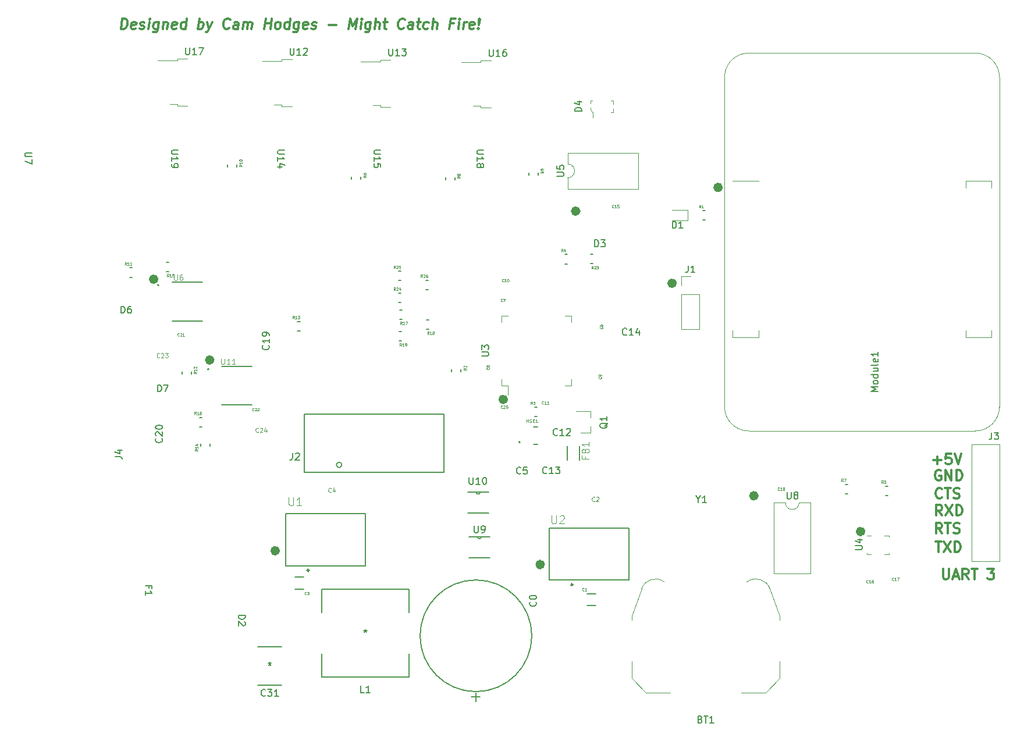
<source format=gto>
G04 #@! TF.GenerationSoftware,KiCad,Pcbnew,5.99.0-unknown-6a369b230f~117~ubuntu20.04.1*
G04 #@! TF.CreationDate,2021-05-15T11:46:25+08:00*
G04 #@! TF.ProjectId,Controller,436f6e74-726f-46c6-9c65-722e6b696361,rev?*
G04 #@! TF.SameCoordinates,Original*
G04 #@! TF.FileFunction,Legend,Top*
G04 #@! TF.FilePolarity,Positive*
%FSLAX46Y46*%
G04 Gerber Fmt 4.6, Leading zero omitted, Abs format (unit mm)*
G04 Created by KiCad (PCBNEW 5.99.0-unknown-6a369b230f~117~ubuntu20.04.1) date 2021-05-15 11:46:25*
%MOMM*%
%LPD*%
G01*
G04 APERTURE LIST*
%ADD10C,0.718466*%
%ADD11C,0.300000*%
%ADD12C,0.015000*%
%ADD13C,0.150000*%
%ADD14C,0.127000*%
%ADD15C,0.120000*%
%ADD16C,0.152400*%
%ADD17C,0.200000*%
%ADD18C,0.350000*%
%ADD19C,0.100000*%
G04 APERTURE END LIST*
D10*
X110030767Y-93190000D02*
G75*
G03*
X110030767Y-93190000I-359233J0D01*
G01*
X152740767Y-98930000D02*
G75*
G03*
X152740767Y-98930000I-359233J0D01*
G01*
X189209233Y-112960000D02*
G75*
G03*
X189209233Y-112960000I-359233J0D01*
G01*
X204749233Y-118160000D02*
G75*
G03*
X204749233Y-118160000I-359233J0D01*
G01*
X163290767Y-71520000D02*
G75*
G03*
X163290767Y-71520000I-359233J0D01*
G01*
X101870767Y-81430000D02*
G75*
G03*
X101870767Y-81430000I-359233J0D01*
G01*
X177310767Y-82020000D02*
G75*
G03*
X177310767Y-82020000I-359233J0D01*
G01*
X158120767Y-122960000D02*
G75*
G03*
X158120767Y-122960000I-359233J0D01*
G01*
X183999233Y-68071534D02*
G75*
G03*
X183999233Y-68071534I-359233J0D01*
G01*
X119560767Y-120960000D02*
G75*
G03*
X119560767Y-120960000I-359233J0D01*
G01*
D11*
X216228571Y-118418571D02*
X215728571Y-117704285D01*
X215371428Y-118418571D02*
X215371428Y-116918571D01*
X215942857Y-116918571D01*
X216085714Y-116990000D01*
X216157142Y-117061428D01*
X216228571Y-117204285D01*
X216228571Y-117418571D01*
X216157142Y-117561428D01*
X216085714Y-117632857D01*
X215942857Y-117704285D01*
X215371428Y-117704285D01*
X216657142Y-116918571D02*
X217514285Y-116918571D01*
X217085714Y-118418571D02*
X217085714Y-116918571D01*
X217942857Y-118347142D02*
X218157142Y-118418571D01*
X218514285Y-118418571D01*
X218657142Y-118347142D01*
X218728571Y-118275714D01*
X218800000Y-118132857D01*
X218800000Y-117990000D01*
X218728571Y-117847142D01*
X218657142Y-117775714D01*
X218514285Y-117704285D01*
X218228571Y-117632857D01*
X218085714Y-117561428D01*
X218014285Y-117490000D01*
X217942857Y-117347142D01*
X217942857Y-117204285D01*
X218014285Y-117061428D01*
X218085714Y-116990000D01*
X218228571Y-116918571D01*
X218585714Y-116918571D01*
X218800000Y-116990000D01*
X216218571Y-113205714D02*
X216147142Y-113277142D01*
X215932857Y-113348571D01*
X215790000Y-113348571D01*
X215575714Y-113277142D01*
X215432857Y-113134285D01*
X215361428Y-112991428D01*
X215290000Y-112705714D01*
X215290000Y-112491428D01*
X215361428Y-112205714D01*
X215432857Y-112062857D01*
X215575714Y-111920000D01*
X215790000Y-111848571D01*
X215932857Y-111848571D01*
X216147142Y-111920000D01*
X216218571Y-111991428D01*
X216647142Y-111848571D02*
X217504285Y-111848571D01*
X217075714Y-113348571D02*
X217075714Y-111848571D01*
X217932857Y-113277142D02*
X218147142Y-113348571D01*
X218504285Y-113348571D01*
X218647142Y-113277142D01*
X218718571Y-113205714D01*
X218790000Y-113062857D01*
X218790000Y-112920000D01*
X218718571Y-112777142D01*
X218647142Y-112705714D01*
X218504285Y-112634285D01*
X218218571Y-112562857D01*
X218075714Y-112491428D01*
X218004285Y-112420000D01*
X217932857Y-112277142D01*
X217932857Y-112134285D01*
X218004285Y-111991428D01*
X218075714Y-111920000D01*
X218218571Y-111848571D01*
X218575714Y-111848571D01*
X218790000Y-111920000D01*
X215307142Y-119628571D02*
X216164285Y-119628571D01*
X215735714Y-121128571D02*
X215735714Y-119628571D01*
X216521428Y-119628571D02*
X217521428Y-121128571D01*
X217521428Y-119628571D02*
X216521428Y-121128571D01*
X218092857Y-121128571D02*
X218092857Y-119628571D01*
X218450000Y-119628571D01*
X218664285Y-119700000D01*
X218807142Y-119842857D01*
X218878571Y-119985714D01*
X218950000Y-120271428D01*
X218950000Y-120485714D01*
X218878571Y-120771428D01*
X218807142Y-120914285D01*
X218664285Y-121057142D01*
X218450000Y-121128571D01*
X218092857Y-121128571D01*
X214991428Y-107787142D02*
X216134285Y-107787142D01*
X215562857Y-108358571D02*
X215562857Y-107215714D01*
X217562857Y-106858571D02*
X216848571Y-106858571D01*
X216777142Y-107572857D01*
X216848571Y-107501428D01*
X216991428Y-107430000D01*
X217348571Y-107430000D01*
X217491428Y-107501428D01*
X217562857Y-107572857D01*
X217634285Y-107715714D01*
X217634285Y-108072857D01*
X217562857Y-108215714D01*
X217491428Y-108287142D01*
X217348571Y-108358571D01*
X216991428Y-108358571D01*
X216848571Y-108287142D01*
X216777142Y-108215714D01*
X218062857Y-106858571D02*
X218562857Y-108358571D01*
X219062857Y-106858571D01*
X216047142Y-109300000D02*
X215904285Y-109228571D01*
X215690000Y-109228571D01*
X215475714Y-109300000D01*
X215332857Y-109442857D01*
X215261428Y-109585714D01*
X215190000Y-109871428D01*
X215190000Y-110085714D01*
X215261428Y-110371428D01*
X215332857Y-110514285D01*
X215475714Y-110657142D01*
X215690000Y-110728571D01*
X215832857Y-110728571D01*
X216047142Y-110657142D01*
X216118571Y-110585714D01*
X216118571Y-110085714D01*
X215832857Y-110085714D01*
X216761428Y-110728571D02*
X216761428Y-109228571D01*
X217618571Y-110728571D01*
X217618571Y-109228571D01*
X218332857Y-110728571D02*
X218332857Y-109228571D01*
X218690000Y-109228571D01*
X218904285Y-109300000D01*
X219047142Y-109442857D01*
X219118571Y-109585714D01*
X219190000Y-109871428D01*
X219190000Y-110085714D01*
X219118571Y-110371428D01*
X219047142Y-110514285D01*
X218904285Y-110657142D01*
X218690000Y-110728571D01*
X218332857Y-110728571D01*
X216250000Y-115818571D02*
X215750000Y-115104285D01*
X215392857Y-115818571D02*
X215392857Y-114318571D01*
X215964285Y-114318571D01*
X216107142Y-114390000D01*
X216178571Y-114461428D01*
X216250000Y-114604285D01*
X216250000Y-114818571D01*
X216178571Y-114961428D01*
X216107142Y-115032857D01*
X215964285Y-115104285D01*
X215392857Y-115104285D01*
X216750000Y-114318571D02*
X217750000Y-115818571D01*
X217750000Y-114318571D02*
X216750000Y-115818571D01*
X218321428Y-115818571D02*
X218321428Y-114318571D01*
X218678571Y-114318571D01*
X218892857Y-114390000D01*
X219035714Y-114532857D01*
X219107142Y-114675714D01*
X219178571Y-114961428D01*
X219178571Y-115175714D01*
X219107142Y-115461428D01*
X219035714Y-115604285D01*
X218892857Y-115747142D01*
X218678571Y-115818571D01*
X218321428Y-115818571D01*
X96767991Y-44988571D02*
X96955491Y-43488571D01*
X97312633Y-43488571D01*
X97517991Y-43560000D01*
X97642991Y-43702857D01*
X97696562Y-43845714D01*
X97732276Y-44131428D01*
X97705491Y-44345714D01*
X97598348Y-44631428D01*
X97509062Y-44774285D01*
X97348348Y-44917142D01*
X97125133Y-44988571D01*
X96767991Y-44988571D01*
X98848348Y-44917142D02*
X98696562Y-44988571D01*
X98410848Y-44988571D01*
X98276919Y-44917142D01*
X98223348Y-44774285D01*
X98294776Y-44202857D01*
X98384062Y-44060000D01*
X98535848Y-43988571D01*
X98821562Y-43988571D01*
X98955491Y-44060000D01*
X99009062Y-44202857D01*
X98991205Y-44345714D01*
X98259062Y-44488571D01*
X99491205Y-44917142D02*
X99625133Y-44988571D01*
X99910848Y-44988571D01*
X100062633Y-44917142D01*
X100151919Y-44774285D01*
X100160848Y-44702857D01*
X100107276Y-44560000D01*
X99973348Y-44488571D01*
X99759062Y-44488571D01*
X99625133Y-44417142D01*
X99571562Y-44274285D01*
X99580491Y-44202857D01*
X99669776Y-44060000D01*
X99821562Y-43988571D01*
X100035848Y-43988571D01*
X100169776Y-44060000D01*
X100767991Y-44988571D02*
X100892991Y-43988571D01*
X100955491Y-43488571D02*
X100875133Y-43560000D01*
X100937633Y-43631428D01*
X101017991Y-43560000D01*
X100955491Y-43488571D01*
X100937633Y-43631428D01*
X102250133Y-43988571D02*
X102098348Y-45202857D01*
X102009062Y-45345714D01*
X101928705Y-45417142D01*
X101776919Y-45488571D01*
X101562633Y-45488571D01*
X101428705Y-45417142D01*
X102134062Y-44917142D02*
X101982276Y-44988571D01*
X101696562Y-44988571D01*
X101562633Y-44917142D01*
X101500133Y-44845714D01*
X101446562Y-44702857D01*
X101500133Y-44274285D01*
X101589419Y-44131428D01*
X101669776Y-44060000D01*
X101821562Y-43988571D01*
X102107276Y-43988571D01*
X102241205Y-44060000D01*
X102964419Y-43988571D02*
X102839419Y-44988571D01*
X102946562Y-44131428D02*
X103026919Y-44060000D01*
X103178705Y-43988571D01*
X103392991Y-43988571D01*
X103526919Y-44060000D01*
X103580491Y-44202857D01*
X103482276Y-44988571D01*
X104776919Y-44917142D02*
X104625133Y-44988571D01*
X104339419Y-44988571D01*
X104205491Y-44917142D01*
X104151919Y-44774285D01*
X104223348Y-44202857D01*
X104312633Y-44060000D01*
X104464419Y-43988571D01*
X104750133Y-43988571D01*
X104884062Y-44060000D01*
X104937633Y-44202857D01*
X104919776Y-44345714D01*
X104187633Y-44488571D01*
X106125133Y-44988571D02*
X106312633Y-43488571D01*
X106134062Y-44917142D02*
X105982276Y-44988571D01*
X105696562Y-44988571D01*
X105562633Y-44917142D01*
X105500133Y-44845714D01*
X105446562Y-44702857D01*
X105500133Y-44274285D01*
X105589419Y-44131428D01*
X105669776Y-44060000D01*
X105821562Y-43988571D01*
X106107276Y-43988571D01*
X106241205Y-44060000D01*
X107982276Y-44988571D02*
X108169776Y-43488571D01*
X108098348Y-44060000D02*
X108250133Y-43988571D01*
X108535848Y-43988571D01*
X108669776Y-44060000D01*
X108732276Y-44131428D01*
X108785848Y-44274285D01*
X108732276Y-44702857D01*
X108642991Y-44845714D01*
X108562633Y-44917142D01*
X108410848Y-44988571D01*
X108125133Y-44988571D01*
X107991205Y-44917142D01*
X109321562Y-43988571D02*
X109553705Y-44988571D01*
X110035848Y-43988571D02*
X109553705Y-44988571D01*
X109366205Y-45345714D01*
X109285848Y-45417142D01*
X109134062Y-45488571D01*
X112500133Y-44845714D02*
X112419776Y-44917142D01*
X112196562Y-44988571D01*
X112053705Y-44988571D01*
X111848348Y-44917142D01*
X111723348Y-44774285D01*
X111669776Y-44631428D01*
X111634062Y-44345714D01*
X111660848Y-44131428D01*
X111767991Y-43845714D01*
X111857276Y-43702857D01*
X112017991Y-43560000D01*
X112241205Y-43488571D01*
X112384062Y-43488571D01*
X112589419Y-43560000D01*
X112651919Y-43631428D01*
X113767991Y-44988571D02*
X113866205Y-44202857D01*
X113812633Y-44060000D01*
X113678705Y-43988571D01*
X113392991Y-43988571D01*
X113241205Y-44060000D01*
X113776919Y-44917142D02*
X113625133Y-44988571D01*
X113267991Y-44988571D01*
X113134062Y-44917142D01*
X113080491Y-44774285D01*
X113098348Y-44631428D01*
X113187633Y-44488571D01*
X113339419Y-44417142D01*
X113696562Y-44417142D01*
X113848348Y-44345714D01*
X114482276Y-44988571D02*
X114607276Y-43988571D01*
X114589419Y-44131428D02*
X114669776Y-44060000D01*
X114821562Y-43988571D01*
X115035848Y-43988571D01*
X115169776Y-44060000D01*
X115223348Y-44202857D01*
X115125133Y-44988571D01*
X115223348Y-44202857D02*
X115312633Y-44060000D01*
X115464419Y-43988571D01*
X115678705Y-43988571D01*
X115812633Y-44060000D01*
X115866205Y-44202857D01*
X115767991Y-44988571D01*
X117625133Y-44988571D02*
X117812633Y-43488571D01*
X117723348Y-44202857D02*
X118580491Y-44202857D01*
X118482276Y-44988571D02*
X118669776Y-43488571D01*
X119410848Y-44988571D02*
X119276919Y-44917142D01*
X119214419Y-44845714D01*
X119160848Y-44702857D01*
X119214419Y-44274285D01*
X119303705Y-44131428D01*
X119384062Y-44060000D01*
X119535848Y-43988571D01*
X119750133Y-43988571D01*
X119884062Y-44060000D01*
X119946562Y-44131428D01*
X120000133Y-44274285D01*
X119946562Y-44702857D01*
X119857276Y-44845714D01*
X119776919Y-44917142D01*
X119625133Y-44988571D01*
X119410848Y-44988571D01*
X121196562Y-44988571D02*
X121384062Y-43488571D01*
X121205491Y-44917142D02*
X121053705Y-44988571D01*
X120767991Y-44988571D01*
X120634062Y-44917142D01*
X120571562Y-44845714D01*
X120517991Y-44702857D01*
X120571562Y-44274285D01*
X120660848Y-44131428D01*
X120741205Y-44060000D01*
X120892991Y-43988571D01*
X121178705Y-43988571D01*
X121312633Y-44060000D01*
X122678705Y-43988571D02*
X122526919Y-45202857D01*
X122437633Y-45345714D01*
X122357276Y-45417142D01*
X122205491Y-45488571D01*
X121991205Y-45488571D01*
X121857276Y-45417142D01*
X122562633Y-44917142D02*
X122410848Y-44988571D01*
X122125133Y-44988571D01*
X121991205Y-44917142D01*
X121928705Y-44845714D01*
X121875133Y-44702857D01*
X121928705Y-44274285D01*
X122017991Y-44131428D01*
X122098348Y-44060000D01*
X122250133Y-43988571D01*
X122535848Y-43988571D01*
X122669776Y-44060000D01*
X123848348Y-44917142D02*
X123696562Y-44988571D01*
X123410848Y-44988571D01*
X123276919Y-44917142D01*
X123223348Y-44774285D01*
X123294776Y-44202857D01*
X123384062Y-44060000D01*
X123535848Y-43988571D01*
X123821562Y-43988571D01*
X123955491Y-44060000D01*
X124009062Y-44202857D01*
X123991205Y-44345714D01*
X123259062Y-44488571D01*
X124491205Y-44917142D02*
X124625133Y-44988571D01*
X124910848Y-44988571D01*
X125062633Y-44917142D01*
X125151919Y-44774285D01*
X125160848Y-44702857D01*
X125107276Y-44560000D01*
X124973348Y-44488571D01*
X124759062Y-44488571D01*
X124625133Y-44417142D01*
X124571562Y-44274285D01*
X124580491Y-44202857D01*
X124669776Y-44060000D01*
X124821562Y-43988571D01*
X125035848Y-43988571D01*
X125169776Y-44060000D01*
X126982276Y-44417142D02*
X128125133Y-44417142D01*
X129910848Y-44988571D02*
X130098348Y-43488571D01*
X130464419Y-44560000D01*
X131098348Y-43488571D01*
X130910848Y-44988571D01*
X131625133Y-44988571D02*
X131750133Y-43988571D01*
X131812633Y-43488571D02*
X131732276Y-43560000D01*
X131794776Y-43631428D01*
X131875133Y-43560000D01*
X131812633Y-43488571D01*
X131794776Y-43631428D01*
X133107276Y-43988571D02*
X132955491Y-45202857D01*
X132866205Y-45345714D01*
X132785848Y-45417142D01*
X132634062Y-45488571D01*
X132419776Y-45488571D01*
X132285848Y-45417142D01*
X132991205Y-44917142D02*
X132839419Y-44988571D01*
X132553705Y-44988571D01*
X132419776Y-44917142D01*
X132357276Y-44845714D01*
X132303705Y-44702857D01*
X132357276Y-44274285D01*
X132446562Y-44131428D01*
X132526919Y-44060000D01*
X132678705Y-43988571D01*
X132964419Y-43988571D01*
X133098348Y-44060000D01*
X133696562Y-44988571D02*
X133884062Y-43488571D01*
X134339419Y-44988571D02*
X134437633Y-44202857D01*
X134384062Y-44060000D01*
X134250133Y-43988571D01*
X134035848Y-43988571D01*
X133884062Y-44060000D01*
X133803705Y-44131428D01*
X134964419Y-43988571D02*
X135535848Y-43988571D01*
X135241205Y-43488571D02*
X135080491Y-44774285D01*
X135134062Y-44917142D01*
X135267991Y-44988571D01*
X135410848Y-44988571D01*
X137928705Y-44845714D02*
X137848348Y-44917142D01*
X137625133Y-44988571D01*
X137482276Y-44988571D01*
X137276919Y-44917142D01*
X137151919Y-44774285D01*
X137098348Y-44631428D01*
X137062633Y-44345714D01*
X137089419Y-44131428D01*
X137196562Y-43845714D01*
X137285848Y-43702857D01*
X137446562Y-43560000D01*
X137669776Y-43488571D01*
X137812633Y-43488571D01*
X138017991Y-43560000D01*
X138080491Y-43631428D01*
X139196562Y-44988571D02*
X139294776Y-44202857D01*
X139241205Y-44060000D01*
X139107276Y-43988571D01*
X138821562Y-43988571D01*
X138669776Y-44060000D01*
X139205491Y-44917142D02*
X139053705Y-44988571D01*
X138696562Y-44988571D01*
X138562633Y-44917142D01*
X138509062Y-44774285D01*
X138526919Y-44631428D01*
X138616205Y-44488571D01*
X138767991Y-44417142D01*
X139125133Y-44417142D01*
X139276919Y-44345714D01*
X139821562Y-43988571D02*
X140392991Y-43988571D01*
X140098348Y-43488571D02*
X139937633Y-44774285D01*
X139991205Y-44917142D01*
X140125133Y-44988571D01*
X140267991Y-44988571D01*
X141419776Y-44917142D02*
X141267991Y-44988571D01*
X140982276Y-44988571D01*
X140848348Y-44917142D01*
X140785848Y-44845714D01*
X140732276Y-44702857D01*
X140785848Y-44274285D01*
X140875133Y-44131428D01*
X140955491Y-44060000D01*
X141107276Y-43988571D01*
X141392991Y-43988571D01*
X141526919Y-44060000D01*
X142053705Y-44988571D02*
X142241205Y-43488571D01*
X142696562Y-44988571D02*
X142794776Y-44202857D01*
X142741205Y-44060000D01*
X142607276Y-43988571D01*
X142392991Y-43988571D01*
X142241205Y-44060000D01*
X142160848Y-44131428D01*
X145151919Y-44202857D02*
X144651919Y-44202857D01*
X144553705Y-44988571D02*
X144741205Y-43488571D01*
X145455491Y-43488571D01*
X145839419Y-44988571D02*
X145964419Y-43988571D01*
X146026919Y-43488571D02*
X145946562Y-43560000D01*
X146009062Y-43631428D01*
X146089419Y-43560000D01*
X146026919Y-43488571D01*
X146009062Y-43631428D01*
X146553705Y-44988571D02*
X146678705Y-43988571D01*
X146642991Y-44274285D02*
X146732276Y-44131428D01*
X146812633Y-44060000D01*
X146964419Y-43988571D01*
X147107276Y-43988571D01*
X148062633Y-44917142D02*
X147910848Y-44988571D01*
X147625133Y-44988571D01*
X147491205Y-44917142D01*
X147437633Y-44774285D01*
X147509062Y-44202857D01*
X147598348Y-44060000D01*
X147750133Y-43988571D01*
X148035848Y-43988571D01*
X148169776Y-44060000D01*
X148223348Y-44202857D01*
X148205491Y-44345714D01*
X147473348Y-44488571D01*
X148785848Y-44845714D02*
X148848348Y-44917142D01*
X148767991Y-44988571D01*
X148705491Y-44917142D01*
X148785848Y-44845714D01*
X148767991Y-44988571D01*
X148839419Y-44417142D02*
X148875133Y-43560000D01*
X148955491Y-43488571D01*
X149017991Y-43560000D01*
X148839419Y-44417142D01*
X148955491Y-43488571D01*
X216371428Y-123598571D02*
X216371428Y-124812857D01*
X216442857Y-124955714D01*
X216514285Y-125027142D01*
X216657142Y-125098571D01*
X216942857Y-125098571D01*
X217085714Y-125027142D01*
X217157142Y-124955714D01*
X217228571Y-124812857D01*
X217228571Y-123598571D01*
X217871428Y-124670000D02*
X218585714Y-124670000D01*
X217728571Y-125098571D02*
X218228571Y-123598571D01*
X218728571Y-125098571D01*
X220085714Y-125098571D02*
X219585714Y-124384285D01*
X219228571Y-125098571D02*
X219228571Y-123598571D01*
X219800000Y-123598571D01*
X219942857Y-123670000D01*
X220014285Y-123741428D01*
X220085714Y-123884285D01*
X220085714Y-124098571D01*
X220014285Y-124241428D01*
X219942857Y-124312857D01*
X219800000Y-124384285D01*
X219228571Y-124384285D01*
X220514285Y-123598571D02*
X221371428Y-123598571D01*
X220942857Y-125098571D02*
X220942857Y-123598571D01*
X222871428Y-123598571D02*
X223800000Y-123598571D01*
X223300000Y-124170000D01*
X223514285Y-124170000D01*
X223657142Y-124241428D01*
X223728571Y-124312857D01*
X223800000Y-124455714D01*
X223800000Y-124812857D01*
X223728571Y-124955714D01*
X223657142Y-125027142D01*
X223514285Y-125098571D01*
X223085714Y-125098571D01*
X222942857Y-125027142D01*
X222871428Y-124955714D01*
D12*
X201840383Y-110880102D02*
X201709149Y-110692626D01*
X201615411Y-110880102D02*
X201615411Y-110486401D01*
X201765392Y-110486401D01*
X201802887Y-110505149D01*
X201821635Y-110523897D01*
X201840383Y-110561392D01*
X201840383Y-110617635D01*
X201821635Y-110655130D01*
X201802887Y-110673878D01*
X201765392Y-110692626D01*
X201615411Y-110692626D01*
X201971616Y-110486401D02*
X202234084Y-110486401D01*
X202065355Y-110880102D01*
X205486906Y-125590607D02*
X205468158Y-125609355D01*
X205411915Y-125628102D01*
X205374420Y-125628102D01*
X205318177Y-125609355D01*
X205280682Y-125571859D01*
X205261934Y-125534364D01*
X205243186Y-125459373D01*
X205243186Y-125403130D01*
X205261934Y-125328140D01*
X205280682Y-125290644D01*
X205318177Y-125253149D01*
X205374420Y-125234401D01*
X205411915Y-125234401D01*
X205468158Y-125253149D01*
X205486906Y-125271897D01*
X205861859Y-125628102D02*
X205636887Y-125628102D01*
X205749373Y-125628102D02*
X205749373Y-125234401D01*
X205711878Y-125290644D01*
X205674383Y-125328140D01*
X205636887Y-125346887D01*
X206199317Y-125234401D02*
X206124327Y-125234401D01*
X206086831Y-125253149D01*
X206068084Y-125271897D01*
X206030588Y-125328140D01*
X206011841Y-125403130D01*
X206011841Y-125553112D01*
X206030588Y-125590607D01*
X206049336Y-125609355D01*
X206086831Y-125628102D01*
X206161822Y-125628102D01*
X206199317Y-125609355D01*
X206218065Y-125590607D01*
X206236813Y-125553112D01*
X206236813Y-125459373D01*
X206218065Y-125421878D01*
X206199317Y-125403130D01*
X206161822Y-125384383D01*
X206086831Y-125384383D01*
X206049336Y-125403130D01*
X206030588Y-125421878D01*
X206011841Y-125459373D01*
D13*
X106174028Y-47740245D02*
X106174028Y-48549769D01*
X106221647Y-48645007D01*
X106269266Y-48692626D01*
X106364504Y-48740245D01*
X106554981Y-48740245D01*
X106650219Y-48692626D01*
X106697838Y-48645007D01*
X106745457Y-48549769D01*
X106745457Y-47740245D01*
X107745457Y-48740245D02*
X107174028Y-48740245D01*
X107459743Y-48740245D02*
X107459743Y-47740245D01*
X107364504Y-47883103D01*
X107269266Y-47978341D01*
X107174028Y-48025960D01*
X108078790Y-47740245D02*
X108745457Y-47740245D01*
X108316885Y-48740245D01*
D12*
X166620607Y-95685616D02*
X166639355Y-95704364D01*
X166658102Y-95760607D01*
X166658102Y-95798102D01*
X166639355Y-95854345D01*
X166601859Y-95891841D01*
X166564364Y-95910588D01*
X166489373Y-95929336D01*
X166433130Y-95929336D01*
X166358140Y-95910588D01*
X166320644Y-95891841D01*
X166283149Y-95854345D01*
X166264401Y-95798102D01*
X166264401Y-95760607D01*
X166283149Y-95704364D01*
X166301897Y-95685616D01*
X166658102Y-95498140D02*
X166658102Y-95423149D01*
X166639355Y-95385654D01*
X166620607Y-95366906D01*
X166564364Y-95329411D01*
X166489373Y-95310663D01*
X166339392Y-95310663D01*
X166301897Y-95329411D01*
X166283149Y-95348158D01*
X166264401Y-95385654D01*
X166264401Y-95460644D01*
X166283149Y-95498140D01*
X166301897Y-95516887D01*
X166339392Y-95535635D01*
X166433130Y-95535635D01*
X166470626Y-95516887D01*
X166489373Y-95498140D01*
X166508121Y-95460644D01*
X166508121Y-95385654D01*
X166489373Y-95348158D01*
X166470626Y-95329411D01*
X166433130Y-95310663D01*
D13*
X148158095Y-117332380D02*
X148158095Y-118141904D01*
X148205714Y-118237142D01*
X148253333Y-118284761D01*
X148348571Y-118332380D01*
X148539047Y-118332380D01*
X148634285Y-118284761D01*
X148681904Y-118237142D01*
X148729523Y-118141904D01*
X148729523Y-117332380D01*
X149253333Y-118332380D02*
X149443809Y-118332380D01*
X149539047Y-118284761D01*
X149586666Y-118237142D01*
X149681904Y-118094285D01*
X149729523Y-117903809D01*
X149729523Y-117522857D01*
X149681904Y-117427619D01*
X149634285Y-117380000D01*
X149539047Y-117332380D01*
X149348571Y-117332380D01*
X149253333Y-117380000D01*
X149205714Y-117427619D01*
X149158095Y-117522857D01*
X149158095Y-117760952D01*
X149205714Y-117856190D01*
X149253333Y-117903809D01*
X149348571Y-117951428D01*
X149539047Y-117951428D01*
X149634285Y-117903809D01*
X149681904Y-117856190D01*
X149729523Y-117760952D01*
X132153333Y-141622380D02*
X131677142Y-141622380D01*
X131677142Y-140622380D01*
X133010476Y-141622380D02*
X132439047Y-141622380D01*
X132724761Y-141622380D02*
X132724761Y-140622380D01*
X132629523Y-140765238D01*
X132534285Y-140860476D01*
X132439047Y-140908095D01*
X132330000Y-132402380D02*
X132330000Y-132640476D01*
X132091904Y-132545238D02*
X132330000Y-132640476D01*
X132568095Y-132545238D01*
X132187142Y-132830952D02*
X132330000Y-132640476D01*
X132472857Y-132830952D01*
D12*
X146104153Y-66477772D02*
X145916677Y-66609006D01*
X146104153Y-66702744D02*
X145710452Y-66702744D01*
X145710452Y-66552763D01*
X145729200Y-66515268D01*
X145747948Y-66496520D01*
X145785443Y-66477772D01*
X145841686Y-66477772D01*
X145879181Y-66496520D01*
X145897929Y-66515268D01*
X145916677Y-66552763D01*
X145916677Y-66702744D01*
X145879181Y-66252800D02*
X145860434Y-66290296D01*
X145841686Y-66309043D01*
X145804191Y-66327791D01*
X145785443Y-66327791D01*
X145747948Y-66309043D01*
X145729200Y-66290296D01*
X145710452Y-66252800D01*
X145710452Y-66177810D01*
X145729200Y-66140314D01*
X145747948Y-66121567D01*
X145785443Y-66102819D01*
X145804191Y-66102819D01*
X145841686Y-66121567D01*
X145860434Y-66140314D01*
X145879181Y-66177810D01*
X145879181Y-66252800D01*
X145897929Y-66290296D01*
X145916677Y-66309043D01*
X145954172Y-66327791D01*
X146029163Y-66327791D01*
X146066658Y-66309043D01*
X146085406Y-66290296D01*
X146104153Y-66252800D01*
X146104153Y-66177810D01*
X146085406Y-66140314D01*
X146066658Y-66121567D01*
X146029163Y-66102819D01*
X145954172Y-66102819D01*
X145916677Y-66121567D01*
X145897929Y-66140314D01*
X145879181Y-66177810D01*
D13*
X105097619Y-62661904D02*
X104288095Y-62661904D01*
X104192857Y-62709523D01*
X104145238Y-62757142D01*
X104097619Y-62852380D01*
X104097619Y-63042857D01*
X104145238Y-63138095D01*
X104192857Y-63185714D01*
X104288095Y-63233333D01*
X105097619Y-63233333D01*
X104097619Y-64233333D02*
X104097619Y-63661904D01*
X104097619Y-63947619D02*
X105097619Y-63947619D01*
X104954761Y-63852380D01*
X104859523Y-63757142D01*
X104811904Y-63661904D01*
X104097619Y-64709523D02*
X104097619Y-64900000D01*
X104145238Y-64995238D01*
X104192857Y-65042857D01*
X104335714Y-65138095D01*
X104526190Y-65185714D01*
X104907142Y-65185714D01*
X105002380Y-65138095D01*
X105050000Y-65090476D01*
X105097619Y-64995238D01*
X105097619Y-64804761D01*
X105050000Y-64709523D01*
X105002380Y-64661904D01*
X104907142Y-64614285D01*
X104669047Y-64614285D01*
X104573809Y-64661904D01*
X104526190Y-64709523D01*
X104478571Y-64804761D01*
X104478571Y-64995238D01*
X104526190Y-65090476D01*
X104573809Y-65138095D01*
X104669047Y-65185714D01*
D12*
X155739965Y-102298672D02*
X155739965Y-101817740D01*
X155739965Y-102046755D02*
X156014784Y-102046755D01*
X156014784Y-102298672D02*
X156014784Y-101817740D01*
X156220897Y-102275770D02*
X156289602Y-102298672D01*
X156404110Y-102298672D01*
X156449913Y-102275770D01*
X156472814Y-102252869D01*
X156495716Y-102207066D01*
X156495716Y-102161263D01*
X156472814Y-102115460D01*
X156449913Y-102092558D01*
X156404110Y-102069657D01*
X156312504Y-102046755D01*
X156266700Y-102023854D01*
X156243799Y-102000952D01*
X156220897Y-101955149D01*
X156220897Y-101909346D01*
X156243799Y-101863543D01*
X156266700Y-101840642D01*
X156312504Y-101817740D01*
X156427011Y-101817740D01*
X156495716Y-101840642D01*
X156701829Y-102046755D02*
X156862140Y-102046755D01*
X156930845Y-102298672D02*
X156701829Y-102298672D01*
X156701829Y-101817740D01*
X156930845Y-101817740D01*
X157388875Y-102298672D02*
X157114057Y-102298672D01*
X157251466Y-102298672D02*
X157251466Y-101817740D01*
X157205663Y-101886445D01*
X157159860Y-101932248D01*
X157114057Y-101955149D01*
X107696906Y-101128102D02*
X107565672Y-100940626D01*
X107471934Y-101128102D02*
X107471934Y-100734401D01*
X107621915Y-100734401D01*
X107659411Y-100753149D01*
X107678158Y-100771897D01*
X107696906Y-100809392D01*
X107696906Y-100865635D01*
X107678158Y-100903130D01*
X107659411Y-100921878D01*
X107621915Y-100940626D01*
X107471934Y-100940626D01*
X108071859Y-101128102D02*
X107846887Y-101128102D01*
X107959373Y-101128102D02*
X107959373Y-100734401D01*
X107921878Y-100790644D01*
X107884383Y-100828140D01*
X107846887Y-100846887D01*
X108409317Y-100734401D02*
X108334327Y-100734401D01*
X108296831Y-100753149D01*
X108278084Y-100771897D01*
X108240588Y-100828140D01*
X108221841Y-100903130D01*
X108221841Y-101053112D01*
X108240588Y-101090607D01*
X108259336Y-101109355D01*
X108296831Y-101128102D01*
X108371822Y-101128102D01*
X108409317Y-101109355D01*
X108428065Y-101090607D01*
X108446813Y-101053112D01*
X108446813Y-100959373D01*
X108428065Y-100921878D01*
X108409317Y-100903130D01*
X108371822Y-100884383D01*
X108296831Y-100884383D01*
X108259336Y-100903130D01*
X108240588Y-100921878D01*
X108221841Y-100959373D01*
D13*
X167577619Y-102355238D02*
X167530000Y-102450476D01*
X167434761Y-102545714D01*
X167291904Y-102688571D01*
X167244285Y-102783809D01*
X167244285Y-102879047D01*
X167482380Y-102831428D02*
X167434761Y-102926666D01*
X167339523Y-103021904D01*
X167149047Y-103069523D01*
X166815714Y-103069523D01*
X166625238Y-103021904D01*
X166530000Y-102926666D01*
X166482380Y-102831428D01*
X166482380Y-102640952D01*
X166530000Y-102545714D01*
X166625238Y-102450476D01*
X166815714Y-102402857D01*
X167149047Y-102402857D01*
X167339523Y-102450476D01*
X167434761Y-102545714D01*
X167482380Y-102640952D01*
X167482380Y-102831428D01*
X167482380Y-101450476D02*
X167482380Y-102021904D01*
X167482380Y-101736190D02*
X166482380Y-101736190D01*
X166625238Y-101831428D01*
X166720476Y-101926666D01*
X166768095Y-102021904D01*
X118217142Y-91062857D02*
X118264761Y-91110476D01*
X118312380Y-91253333D01*
X118312380Y-91348571D01*
X118264761Y-91491428D01*
X118169523Y-91586666D01*
X118074285Y-91634285D01*
X117883809Y-91681904D01*
X117740952Y-91681904D01*
X117550476Y-91634285D01*
X117455238Y-91586666D01*
X117360000Y-91491428D01*
X117312380Y-91348571D01*
X117312380Y-91253333D01*
X117360000Y-91110476D01*
X117407619Y-91062857D01*
X118312380Y-90110476D02*
X118312380Y-90681904D01*
X118312380Y-90396190D02*
X117312380Y-90396190D01*
X117455238Y-90491428D01*
X117550476Y-90586666D01*
X117598095Y-90681904D01*
X118312380Y-89634285D02*
X118312380Y-89443809D01*
X118264761Y-89348571D01*
X118217142Y-89300952D01*
X118074285Y-89205714D01*
X117883809Y-89158095D01*
X117502857Y-89158095D01*
X117407619Y-89205714D01*
X117360000Y-89253333D01*
X117312380Y-89348571D01*
X117312380Y-89539047D01*
X117360000Y-89634285D01*
X117407619Y-89681904D01*
X117502857Y-89729523D01*
X117740952Y-89729523D01*
X117836190Y-89681904D01*
X117883809Y-89634285D01*
X117931428Y-89539047D01*
X117931428Y-89348571D01*
X117883809Y-89253333D01*
X117836190Y-89205714D01*
X117740952Y-89158095D01*
D12*
X105226906Y-89650607D02*
X105208158Y-89669355D01*
X105151915Y-89688102D01*
X105114420Y-89688102D01*
X105058177Y-89669355D01*
X105020682Y-89631859D01*
X105001934Y-89594364D01*
X104983186Y-89519373D01*
X104983186Y-89463130D01*
X105001934Y-89388140D01*
X105020682Y-89350644D01*
X105058177Y-89313149D01*
X105114420Y-89294401D01*
X105151915Y-89294401D01*
X105208158Y-89313149D01*
X105226906Y-89331897D01*
X105376887Y-89331897D02*
X105395635Y-89313149D01*
X105433130Y-89294401D01*
X105526869Y-89294401D01*
X105564364Y-89313149D01*
X105583112Y-89331897D01*
X105601859Y-89369392D01*
X105601859Y-89406887D01*
X105583112Y-89463130D01*
X105358140Y-89688102D01*
X105601859Y-89688102D01*
X105976813Y-89688102D02*
X105751841Y-89688102D01*
X105864327Y-89688102D02*
X105864327Y-89294401D01*
X105826831Y-89350644D01*
X105789336Y-89388140D01*
X105751841Y-89406887D01*
D13*
X170357142Y-89487142D02*
X170309523Y-89534761D01*
X170166666Y-89582380D01*
X170071428Y-89582380D01*
X169928571Y-89534761D01*
X169833333Y-89439523D01*
X169785714Y-89344285D01*
X169738095Y-89153809D01*
X169738095Y-89010952D01*
X169785714Y-88820476D01*
X169833333Y-88725238D01*
X169928571Y-88630000D01*
X170071428Y-88582380D01*
X170166666Y-88582380D01*
X170309523Y-88630000D01*
X170357142Y-88677619D01*
X171309523Y-89582380D02*
X170738095Y-89582380D01*
X171023809Y-89582380D02*
X171023809Y-88582380D01*
X170928571Y-88725238D01*
X170833333Y-88820476D01*
X170738095Y-88868095D01*
X172166666Y-88915714D02*
X172166666Y-89582380D01*
X171928571Y-88534761D02*
X171690476Y-89249047D01*
X172309523Y-89249047D01*
X154923333Y-109687142D02*
X154875714Y-109734761D01*
X154732857Y-109782380D01*
X154637619Y-109782380D01*
X154494761Y-109734761D01*
X154399523Y-109639523D01*
X154351904Y-109544285D01*
X154304285Y-109353809D01*
X154304285Y-109210952D01*
X154351904Y-109020476D01*
X154399523Y-108925238D01*
X154494761Y-108830000D01*
X154637619Y-108782380D01*
X154732857Y-108782380D01*
X154875714Y-108830000D01*
X154923333Y-108877619D01*
X155828095Y-108782380D02*
X155351904Y-108782380D01*
X155304285Y-109258571D01*
X155351904Y-109210952D01*
X155447142Y-109163333D01*
X155685238Y-109163333D01*
X155780476Y-109210952D01*
X155828095Y-109258571D01*
X155875714Y-109353809D01*
X155875714Y-109591904D01*
X155828095Y-109687142D01*
X155780476Y-109734761D01*
X155685238Y-109782380D01*
X155447142Y-109782380D01*
X155351904Y-109734761D01*
X155304285Y-109687142D01*
D12*
X147018102Y-94385616D02*
X146830626Y-94516850D01*
X147018102Y-94610588D02*
X146624401Y-94610588D01*
X146624401Y-94460607D01*
X146643149Y-94423112D01*
X146661897Y-94404364D01*
X146699392Y-94385616D01*
X146755635Y-94385616D01*
X146793130Y-94404364D01*
X146811878Y-94423112D01*
X146830626Y-94460607D01*
X146830626Y-94610588D01*
X146661897Y-94235635D02*
X146643149Y-94216887D01*
X146624401Y-94179392D01*
X146624401Y-94085654D01*
X146643149Y-94048158D01*
X146661897Y-94029411D01*
X146699392Y-94010663D01*
X146736887Y-94010663D01*
X146793130Y-94029411D01*
X147018102Y-94254383D01*
X147018102Y-94010663D01*
X159428984Y-115842395D02*
X159428984Y-116799724D01*
X159485297Y-116912351D01*
X159541611Y-116968664D01*
X159654238Y-117024978D01*
X159879492Y-117024978D01*
X159992119Y-116968664D01*
X160048432Y-116912351D01*
X160104746Y-116799724D01*
X160104746Y-115842395D01*
X160611567Y-115955021D02*
X160667880Y-115898708D01*
X160780507Y-115842395D01*
X161062075Y-115842395D01*
X161174702Y-115898708D01*
X161231015Y-115955021D01*
X161287329Y-116067648D01*
X161287329Y-116180275D01*
X161231015Y-116349216D01*
X160555253Y-117024978D01*
X161287329Y-117024978D01*
X137626906Y-88018102D02*
X137495672Y-87830626D01*
X137401934Y-88018102D02*
X137401934Y-87624401D01*
X137551915Y-87624401D01*
X137589411Y-87643149D01*
X137608158Y-87661897D01*
X137626906Y-87699392D01*
X137626906Y-87755635D01*
X137608158Y-87793130D01*
X137589411Y-87811878D01*
X137551915Y-87830626D01*
X137401934Y-87830626D01*
X138001859Y-88018102D02*
X137776887Y-88018102D01*
X137889373Y-88018102D02*
X137889373Y-87624401D01*
X137851878Y-87680644D01*
X137814383Y-87718140D01*
X137776887Y-87736887D01*
X138133093Y-87624401D02*
X138395560Y-87624401D01*
X138226831Y-88018102D01*
D13*
X100811428Y-126356666D02*
X100811428Y-126023333D01*
X100287619Y-126023333D02*
X101287619Y-126023333D01*
X101287619Y-126499523D01*
X100287619Y-127404285D02*
X100287619Y-126832857D01*
X100287619Y-127118571D02*
X101287619Y-127118571D01*
X101144761Y-127023333D01*
X101049523Y-126928095D01*
X101001904Y-126832857D01*
X203620380Y-120800904D02*
X204429904Y-120800904D01*
X204525142Y-120753285D01*
X204572761Y-120705666D01*
X204620380Y-120610428D01*
X204620380Y-120419952D01*
X204572761Y-120324714D01*
X204525142Y-120277095D01*
X204429904Y-120229476D01*
X203620380Y-120229476D01*
X203953714Y-119324714D02*
X204620380Y-119324714D01*
X203572761Y-119562809D02*
X204287047Y-119800904D01*
X204287047Y-119181857D01*
D12*
X136676906Y-79838102D02*
X136545672Y-79650626D01*
X136451934Y-79838102D02*
X136451934Y-79444401D01*
X136601915Y-79444401D01*
X136639411Y-79463149D01*
X136658158Y-79481897D01*
X136676906Y-79519392D01*
X136676906Y-79575635D01*
X136658158Y-79613130D01*
X136639411Y-79631878D01*
X136601915Y-79650626D01*
X136451934Y-79650626D01*
X136826887Y-79481897D02*
X136845635Y-79463149D01*
X136883130Y-79444401D01*
X136976869Y-79444401D01*
X137014364Y-79463149D01*
X137033112Y-79481897D01*
X137051859Y-79519392D01*
X137051859Y-79556887D01*
X137033112Y-79613130D01*
X136808140Y-79838102D01*
X137051859Y-79838102D01*
X137408065Y-79444401D02*
X137220588Y-79444401D01*
X137201841Y-79631878D01*
X137220588Y-79613130D01*
X137258084Y-79594383D01*
X137351822Y-79594383D01*
X137389317Y-79613130D01*
X137408065Y-79631878D01*
X137426813Y-79669373D01*
X137426813Y-79763112D01*
X137408065Y-79800607D01*
X137389317Y-79819355D01*
X137351822Y-79838102D01*
X137258084Y-79838102D01*
X137220588Y-79819355D01*
X137201841Y-79800607D01*
D13*
X149272380Y-92611904D02*
X150081904Y-92611904D01*
X150177142Y-92564285D01*
X150224761Y-92516666D01*
X150272380Y-92421428D01*
X150272380Y-92230952D01*
X150224761Y-92135714D01*
X150177142Y-92088095D01*
X150081904Y-92040476D01*
X149272380Y-92040476D01*
X149272380Y-91659523D02*
X149272380Y-91040476D01*
X149653333Y-91373809D01*
X149653333Y-91230952D01*
X149700952Y-91135714D01*
X149748571Y-91088095D01*
X149843809Y-91040476D01*
X150081904Y-91040476D01*
X150177142Y-91088095D01*
X150224761Y-91135714D01*
X150272380Y-91230952D01*
X150272380Y-91516666D01*
X150224761Y-91611904D01*
X150177142Y-91659523D01*
X149547619Y-62661904D02*
X148738095Y-62661904D01*
X148642857Y-62709523D01*
X148595238Y-62757142D01*
X148547619Y-62852380D01*
X148547619Y-63042857D01*
X148595238Y-63138095D01*
X148642857Y-63185714D01*
X148738095Y-63233333D01*
X149547619Y-63233333D01*
X148547619Y-64233333D02*
X148547619Y-63661904D01*
X148547619Y-63947619D02*
X149547619Y-63947619D01*
X149404761Y-63852380D01*
X149309523Y-63757142D01*
X149261904Y-63661904D01*
X149119047Y-64804761D02*
X149166666Y-64709523D01*
X149214285Y-64661904D01*
X149309523Y-64614285D01*
X149357142Y-64614285D01*
X149452380Y-64661904D01*
X149500000Y-64709523D01*
X149547619Y-64804761D01*
X149547619Y-64995238D01*
X149500000Y-65090476D01*
X149452380Y-65138095D01*
X149357142Y-65185714D01*
X149309523Y-65185714D01*
X149214285Y-65138095D01*
X149166666Y-65090476D01*
X149119047Y-64995238D01*
X149119047Y-64804761D01*
X149071428Y-64709523D01*
X149023809Y-64661904D01*
X148928571Y-64614285D01*
X148738095Y-64614285D01*
X148642857Y-64661904D01*
X148595238Y-64709523D01*
X148547619Y-64804761D01*
X148547619Y-64995238D01*
X148595238Y-65090476D01*
X148642857Y-65138095D01*
X148738095Y-65185714D01*
X148928571Y-65185714D01*
X149023809Y-65138095D01*
X149071428Y-65090476D01*
X149119047Y-64995238D01*
X134555619Y-62649904D02*
X133746095Y-62649904D01*
X133650857Y-62697523D01*
X133603238Y-62745142D01*
X133555619Y-62840380D01*
X133555619Y-63030857D01*
X133603238Y-63126095D01*
X133650857Y-63173714D01*
X133746095Y-63221333D01*
X134555619Y-63221333D01*
X133555619Y-64221333D02*
X133555619Y-63649904D01*
X133555619Y-63935619D02*
X134555619Y-63935619D01*
X134412761Y-63840380D01*
X134317523Y-63745142D01*
X134269904Y-63649904D01*
X134555619Y-65126095D02*
X134555619Y-64649904D01*
X134079428Y-64602285D01*
X134127047Y-64649904D01*
X134174666Y-64745142D01*
X134174666Y-64983238D01*
X134127047Y-65078476D01*
X134079428Y-65126095D01*
X133984190Y-65173714D01*
X133746095Y-65173714D01*
X133650857Y-65126095D01*
X133603238Y-65078476D01*
X133555619Y-64983238D01*
X133555619Y-64745142D01*
X133603238Y-64649904D01*
X133650857Y-64602285D01*
X163790885Y-57004053D02*
X162790885Y-57004053D01*
X162790885Y-56765958D01*
X162838505Y-56623100D01*
X162933743Y-56527862D01*
X163028981Y-56480243D01*
X163219457Y-56432624D01*
X163362314Y-56432624D01*
X163552790Y-56480243D01*
X163648028Y-56527862D01*
X163743266Y-56623100D01*
X163790885Y-56765958D01*
X163790885Y-57004053D01*
X163124219Y-55575481D02*
X163790885Y-55575481D01*
X162743266Y-55813577D02*
X163457552Y-56051672D01*
X163457552Y-55432624D01*
D12*
X158256906Y-99570607D02*
X158238158Y-99589355D01*
X158181915Y-99608102D01*
X158144420Y-99608102D01*
X158088177Y-99589355D01*
X158050682Y-99551859D01*
X158031934Y-99514364D01*
X158013186Y-99439373D01*
X158013186Y-99383130D01*
X158031934Y-99308140D01*
X158050682Y-99270644D01*
X158088177Y-99233149D01*
X158144420Y-99214401D01*
X158181915Y-99214401D01*
X158238158Y-99233149D01*
X158256906Y-99251897D01*
X158631859Y-99608102D02*
X158406887Y-99608102D01*
X158519373Y-99608102D02*
X158519373Y-99214401D01*
X158481878Y-99270644D01*
X158444383Y-99308140D01*
X158406887Y-99326887D01*
X159006813Y-99608102D02*
X158781841Y-99608102D01*
X158894327Y-99608102D02*
X158894327Y-99214401D01*
X158856831Y-99270644D01*
X158819336Y-99308140D01*
X158781841Y-99326887D01*
D13*
X120563842Y-62661904D02*
X119754318Y-62661904D01*
X119659080Y-62709523D01*
X119611461Y-62757142D01*
X119563842Y-62852380D01*
X119563842Y-63042857D01*
X119611461Y-63138095D01*
X119659080Y-63185714D01*
X119754318Y-63233333D01*
X120563842Y-63233333D01*
X119563842Y-64233333D02*
X119563842Y-63661904D01*
X119563842Y-63947619D02*
X120563842Y-63947619D01*
X120420984Y-63852380D01*
X120325746Y-63757142D01*
X120278127Y-63661904D01*
X120230508Y-65090476D02*
X119563842Y-65090476D01*
X120611461Y-64852380D02*
X119897175Y-64614285D01*
X119897175Y-65233333D01*
D12*
X102378731Y-92784421D02*
X102348652Y-92814499D01*
X102258417Y-92844578D01*
X102198259Y-92844578D01*
X102108024Y-92814499D01*
X102047867Y-92754342D01*
X102017788Y-92694185D01*
X101987709Y-92573871D01*
X101987709Y-92483635D01*
X102017788Y-92363321D01*
X102047867Y-92303164D01*
X102108024Y-92243007D01*
X102198259Y-92212928D01*
X102258417Y-92212928D01*
X102348652Y-92243007D01*
X102378731Y-92273085D01*
X102619359Y-92273085D02*
X102649438Y-92243007D01*
X102709595Y-92212928D01*
X102859988Y-92212928D01*
X102920145Y-92243007D01*
X102950224Y-92273085D01*
X102980302Y-92333242D01*
X102980302Y-92393399D01*
X102950224Y-92483635D01*
X102589281Y-92844578D01*
X102980302Y-92844578D01*
X103190852Y-92212928D02*
X103581874Y-92212928D01*
X103371324Y-92453557D01*
X103461559Y-92453557D01*
X103521717Y-92483635D01*
X103551795Y-92513714D01*
X103581874Y-92573871D01*
X103581874Y-92724264D01*
X103551795Y-92784421D01*
X103521717Y-92814499D01*
X103461559Y-92844578D01*
X103281088Y-92844578D01*
X103220931Y-92814499D01*
X103190852Y-92784421D01*
D13*
X121363269Y-47802565D02*
X121363269Y-48612089D01*
X121410888Y-48707327D01*
X121458507Y-48754946D01*
X121553745Y-48802565D01*
X121744222Y-48802565D01*
X121839460Y-48754946D01*
X121887079Y-48707327D01*
X121934698Y-48612089D01*
X121934698Y-47802565D01*
X122934698Y-48802565D02*
X122363269Y-48802565D01*
X122648984Y-48802565D02*
X122648984Y-47802565D01*
X122553745Y-47945423D01*
X122458507Y-48040661D01*
X122363269Y-48088280D01*
X123315650Y-47897804D02*
X123363269Y-47850185D01*
X123458507Y-47802565D01*
X123696603Y-47802565D01*
X123791841Y-47850185D01*
X123839460Y-47897804D01*
X123887079Y-47993042D01*
X123887079Y-48088280D01*
X123839460Y-48231137D01*
X123268031Y-48802565D01*
X123887079Y-48802565D01*
X95902380Y-107253333D02*
X96616666Y-107253333D01*
X96759523Y-107300952D01*
X96854761Y-107396190D01*
X96902380Y-107539047D01*
X96902380Y-107634285D01*
X96235714Y-106348571D02*
X96902380Y-106348571D01*
X95854761Y-106586666D02*
X96569047Y-106824761D01*
X96569047Y-106205714D01*
D12*
X152284383Y-84640607D02*
X152265635Y-84659355D01*
X152209392Y-84678102D01*
X152171897Y-84678102D01*
X152115654Y-84659355D01*
X152078158Y-84621859D01*
X152059411Y-84584364D01*
X152040663Y-84509373D01*
X152040663Y-84453130D01*
X152059411Y-84378140D01*
X152078158Y-84340644D01*
X152115654Y-84303149D01*
X152171897Y-84284401D01*
X152209392Y-84284401D01*
X152265635Y-84303149D01*
X152284383Y-84321897D01*
X152415616Y-84284401D02*
X152678084Y-84284401D01*
X152509355Y-84678102D01*
X137576906Y-91168102D02*
X137445672Y-90980626D01*
X137351934Y-91168102D02*
X137351934Y-90774401D01*
X137501915Y-90774401D01*
X137539411Y-90793149D01*
X137558158Y-90811897D01*
X137576906Y-90849392D01*
X137576906Y-90905635D01*
X137558158Y-90943130D01*
X137539411Y-90961878D01*
X137501915Y-90980626D01*
X137351934Y-90980626D01*
X137951859Y-91168102D02*
X137726887Y-91168102D01*
X137839373Y-91168102D02*
X137839373Y-90774401D01*
X137801878Y-90830644D01*
X137764383Y-90868140D01*
X137726887Y-90886887D01*
X138139336Y-91168102D02*
X138214327Y-91168102D01*
X138251822Y-91149355D01*
X138270570Y-91130607D01*
X138308065Y-91074364D01*
X138326813Y-90999373D01*
X138326813Y-90849392D01*
X138308065Y-90811897D01*
X138289317Y-90793149D01*
X138251822Y-90774401D01*
X138176831Y-90774401D01*
X138139336Y-90793149D01*
X138120588Y-90811897D01*
X138101841Y-90849392D01*
X138101841Y-90943130D01*
X138120588Y-90980626D01*
X138139336Y-90999373D01*
X138176831Y-91018121D01*
X138251822Y-91018121D01*
X138289317Y-90999373D01*
X138308065Y-90980626D01*
X138326813Y-90943130D01*
X150320607Y-94335616D02*
X150339355Y-94354364D01*
X150358102Y-94410607D01*
X150358102Y-94448102D01*
X150339355Y-94504345D01*
X150301859Y-94541841D01*
X150264364Y-94560588D01*
X150189373Y-94579336D01*
X150133130Y-94579336D01*
X150058140Y-94560588D01*
X150020644Y-94541841D01*
X149983149Y-94504345D01*
X149964401Y-94448102D01*
X149964401Y-94410607D01*
X149983149Y-94354364D01*
X150001897Y-94335616D01*
X150133130Y-94110644D02*
X150114383Y-94148140D01*
X150095635Y-94166887D01*
X150058140Y-94185635D01*
X150039392Y-94185635D01*
X150001897Y-94166887D01*
X149983149Y-94148140D01*
X149964401Y-94110644D01*
X149964401Y-94035654D01*
X149983149Y-93998158D01*
X150001897Y-93979411D01*
X150039392Y-93960663D01*
X150058140Y-93960663D01*
X150095635Y-93979411D01*
X150114383Y-93998158D01*
X150133130Y-94035654D01*
X150133130Y-94110644D01*
X150151878Y-94148140D01*
X150170626Y-94166887D01*
X150208121Y-94185635D01*
X150283112Y-94185635D01*
X150320607Y-94166887D01*
X150339355Y-94148140D01*
X150358102Y-94110644D01*
X150358102Y-94035654D01*
X150339355Y-93998158D01*
X150320607Y-93979411D01*
X150283112Y-93960663D01*
X150208121Y-93960663D01*
X150170626Y-93979411D01*
X150151878Y-93998158D01*
X150133130Y-94035654D01*
D13*
X117777142Y-142047142D02*
X117729523Y-142094761D01*
X117586666Y-142142380D01*
X117491428Y-142142380D01*
X117348571Y-142094761D01*
X117253333Y-141999523D01*
X117205714Y-141904285D01*
X117158095Y-141713809D01*
X117158095Y-141570952D01*
X117205714Y-141380476D01*
X117253333Y-141285238D01*
X117348571Y-141190000D01*
X117491428Y-141142380D01*
X117586666Y-141142380D01*
X117729523Y-141190000D01*
X117777142Y-141237619D01*
X118110476Y-141142380D02*
X118729523Y-141142380D01*
X118396190Y-141523333D01*
X118539047Y-141523333D01*
X118634285Y-141570952D01*
X118681904Y-141618571D01*
X118729523Y-141713809D01*
X118729523Y-141951904D01*
X118681904Y-142047142D01*
X118634285Y-142094761D01*
X118539047Y-142142380D01*
X118253333Y-142142380D01*
X118158095Y-142094761D01*
X118110476Y-142047142D01*
X119681904Y-142142380D02*
X119110476Y-142142380D01*
X119396190Y-142142380D02*
X119396190Y-141142380D01*
X119300952Y-141285238D01*
X119205714Y-141380476D01*
X119110476Y-141428095D01*
X118400000Y-137182380D02*
X118400000Y-137420476D01*
X118161904Y-137325238D02*
X118400000Y-137420476D01*
X118638095Y-137325238D01*
X118257142Y-137610952D02*
X118400000Y-137420476D01*
X118542857Y-137610952D01*
D12*
X158238102Y-65735616D02*
X158050626Y-65866850D01*
X158238102Y-65960588D02*
X157844401Y-65960588D01*
X157844401Y-65810607D01*
X157863149Y-65773112D01*
X157881897Y-65754364D01*
X157919392Y-65735616D01*
X157975635Y-65735616D01*
X158013130Y-65754364D01*
X158031878Y-65773112D01*
X158050626Y-65810607D01*
X158050626Y-65960588D01*
X158238102Y-65548140D02*
X158238102Y-65473149D01*
X158219355Y-65435654D01*
X158200607Y-65416906D01*
X158144364Y-65379411D01*
X158069373Y-65360663D01*
X157919392Y-65360663D01*
X157881897Y-65379411D01*
X157863149Y-65398158D01*
X157844401Y-65435654D01*
X157844401Y-65510644D01*
X157863149Y-65548140D01*
X157881897Y-65566887D01*
X157919392Y-65585635D01*
X158013130Y-65585635D01*
X158050626Y-65566887D01*
X158069373Y-65548140D01*
X158088121Y-65510644D01*
X158088121Y-65435654D01*
X158069373Y-65398158D01*
X158050626Y-65379411D01*
X158013130Y-65360663D01*
X140621906Y-81148102D02*
X140490672Y-80960626D01*
X140396934Y-81148102D02*
X140396934Y-80754401D01*
X140546915Y-80754401D01*
X140584411Y-80773149D01*
X140603158Y-80791897D01*
X140621906Y-80829392D01*
X140621906Y-80885635D01*
X140603158Y-80923130D01*
X140584411Y-80941878D01*
X140546915Y-80960626D01*
X140396934Y-80960626D01*
X140771887Y-80791897D02*
X140790635Y-80773149D01*
X140828130Y-80754401D01*
X140921869Y-80754401D01*
X140959364Y-80773149D01*
X140978112Y-80791897D01*
X140996859Y-80829392D01*
X140996859Y-80866887D01*
X140978112Y-80923130D01*
X140753140Y-81148102D01*
X140996859Y-81148102D01*
X141334317Y-80754401D02*
X141259327Y-80754401D01*
X141221831Y-80773149D01*
X141203084Y-80791897D01*
X141165588Y-80848140D01*
X141146841Y-80923130D01*
X141146841Y-81073112D01*
X141165588Y-81110607D01*
X141184336Y-81129355D01*
X141221831Y-81148102D01*
X141296822Y-81148102D01*
X141334317Y-81129355D01*
X141353065Y-81110607D01*
X141371813Y-81073112D01*
X141371813Y-80979373D01*
X141353065Y-80941878D01*
X141334317Y-80923130D01*
X141296822Y-80904383D01*
X141221831Y-80904383D01*
X141184336Y-80923130D01*
X141165588Y-80941878D01*
X141146841Y-80979373D01*
D13*
X83777619Y-63018095D02*
X82968095Y-63018095D01*
X82872857Y-63065714D01*
X82825238Y-63113333D01*
X82777619Y-63208571D01*
X82777619Y-63399047D01*
X82825238Y-63494285D01*
X82872857Y-63541904D01*
X82968095Y-63589523D01*
X83777619Y-63589523D01*
X83777619Y-63970476D02*
X83777619Y-64637142D01*
X82777619Y-64208571D01*
D12*
X103716906Y-81078102D02*
X103585672Y-80890626D01*
X103491934Y-81078102D02*
X103491934Y-80684401D01*
X103641915Y-80684401D01*
X103679411Y-80703149D01*
X103698158Y-80721897D01*
X103716906Y-80759392D01*
X103716906Y-80815635D01*
X103698158Y-80853130D01*
X103679411Y-80871878D01*
X103641915Y-80890626D01*
X103491934Y-80890626D01*
X104091859Y-81078102D02*
X103866887Y-81078102D01*
X103979373Y-81078102D02*
X103979373Y-80684401D01*
X103941878Y-80740644D01*
X103904383Y-80778140D01*
X103866887Y-80796887D01*
X104448065Y-80684401D02*
X104260588Y-80684401D01*
X104241841Y-80871878D01*
X104260588Y-80853130D01*
X104298084Y-80834383D01*
X104391822Y-80834383D01*
X104429317Y-80853130D01*
X104448065Y-80871878D01*
X104466813Y-80909373D01*
X104466813Y-81003112D01*
X104448065Y-81040607D01*
X104429317Y-81059355D01*
X104391822Y-81078102D01*
X104298084Y-81078102D01*
X104260588Y-81059355D01*
X104241841Y-81040607D01*
D13*
X180757809Y-113472190D02*
X180757809Y-113948380D01*
X180424476Y-112948380D02*
X180757809Y-113472190D01*
X181091142Y-112948380D01*
X181948285Y-113948380D02*
X181376857Y-113948380D01*
X181662571Y-113948380D02*
X181662571Y-112948380D01*
X181567333Y-113091238D01*
X181472095Y-113186476D01*
X181376857Y-113234095D01*
X102687142Y-104602857D02*
X102734761Y-104650476D01*
X102782380Y-104793333D01*
X102782380Y-104888571D01*
X102734761Y-105031428D01*
X102639523Y-105126666D01*
X102544285Y-105174285D01*
X102353809Y-105221904D01*
X102210952Y-105221904D01*
X102020476Y-105174285D01*
X101925238Y-105126666D01*
X101830000Y-105031428D01*
X101782380Y-104888571D01*
X101782380Y-104793333D01*
X101830000Y-104650476D01*
X101877619Y-104602857D01*
X101877619Y-104221904D02*
X101830000Y-104174285D01*
X101782380Y-104079047D01*
X101782380Y-103840952D01*
X101830000Y-103745714D01*
X101877619Y-103698095D01*
X101972857Y-103650476D01*
X102068095Y-103650476D01*
X102210952Y-103698095D01*
X102782380Y-104269523D01*
X102782380Y-103650476D01*
X101782380Y-103031428D02*
X101782380Y-102936190D01*
X101830000Y-102840952D01*
X101877619Y-102793333D01*
X101972857Y-102745714D01*
X102163333Y-102698095D01*
X102401428Y-102698095D01*
X102591904Y-102745714D01*
X102687142Y-102793333D01*
X102734761Y-102840952D01*
X102782380Y-102936190D01*
X102782380Y-103031428D01*
X102734761Y-103126666D01*
X102687142Y-103174285D01*
X102591904Y-103221904D01*
X102401428Y-103269523D01*
X102163333Y-103269523D01*
X101972857Y-103221904D01*
X101877619Y-103174285D01*
X101830000Y-103126666D01*
X101782380Y-103031428D01*
D12*
X116754707Y-103646760D02*
X116724628Y-103676838D01*
X116634393Y-103706917D01*
X116574235Y-103706917D01*
X116484000Y-103676838D01*
X116423843Y-103616681D01*
X116393764Y-103556524D01*
X116363685Y-103436210D01*
X116363685Y-103345974D01*
X116393764Y-103225660D01*
X116423843Y-103165503D01*
X116484000Y-103105346D01*
X116574235Y-103075267D01*
X116634393Y-103075267D01*
X116724628Y-103105346D01*
X116754707Y-103135424D01*
X116995335Y-103135424D02*
X117025414Y-103105346D01*
X117085571Y-103075267D01*
X117235964Y-103075267D01*
X117296121Y-103105346D01*
X117326200Y-103135424D01*
X117356278Y-103195581D01*
X117356278Y-103255738D01*
X117326200Y-103345974D01*
X116965257Y-103706917D01*
X117356278Y-103706917D01*
X117897693Y-103285817D02*
X117897693Y-103706917D01*
X117747300Y-103045188D02*
X117596907Y-103496367D01*
X117987928Y-103496367D01*
X161069383Y-77418102D02*
X160938149Y-77230626D01*
X160844411Y-77418102D02*
X160844411Y-77024401D01*
X160994392Y-77024401D01*
X161031887Y-77043149D01*
X161050635Y-77061897D01*
X161069383Y-77099392D01*
X161069383Y-77155635D01*
X161050635Y-77193130D01*
X161031887Y-77211878D01*
X160994392Y-77230626D01*
X160844411Y-77230626D01*
X161406841Y-77155635D02*
X161406841Y-77418102D01*
X161313102Y-77005654D02*
X161219364Y-77286869D01*
X161463084Y-77286869D01*
D13*
X179286666Y-79457380D02*
X179286666Y-80171666D01*
X179239047Y-80314523D01*
X179143809Y-80409761D01*
X179000952Y-80457380D01*
X178905714Y-80457380D01*
X180286666Y-80457380D02*
X179715238Y-80457380D01*
X180000952Y-80457380D02*
X180000952Y-79457380D01*
X179905714Y-79600238D01*
X179810476Y-79695476D01*
X179715238Y-79743095D01*
D12*
X181109383Y-71038102D02*
X180978149Y-70850626D01*
X180884411Y-71038102D02*
X180884411Y-70644401D01*
X181034392Y-70644401D01*
X181071887Y-70663149D01*
X181090635Y-70681897D01*
X181109383Y-70719392D01*
X181109383Y-70775635D01*
X181090635Y-70813130D01*
X181071887Y-70831878D01*
X181034392Y-70850626D01*
X180884411Y-70850626D01*
X181484336Y-71038102D02*
X181259364Y-71038102D01*
X181371850Y-71038102D02*
X181371850Y-70644401D01*
X181334355Y-70700644D01*
X181296859Y-70738140D01*
X181259364Y-70756887D01*
X127324725Y-112385589D02*
X127294646Y-112415667D01*
X127204410Y-112445746D01*
X127144253Y-112445746D01*
X127054017Y-112415667D01*
X126993860Y-112355510D01*
X126963782Y-112295353D01*
X126933703Y-112175039D01*
X126933703Y-112084803D01*
X126963782Y-111964489D01*
X126993860Y-111904332D01*
X127054017Y-111844175D01*
X127144253Y-111814096D01*
X127204410Y-111814096D01*
X127294646Y-111844175D01*
X127324725Y-111874253D01*
X127866139Y-112024646D02*
X127866139Y-112445746D01*
X127715746Y-111784017D02*
X127565353Y-112235196D01*
X127956375Y-112235196D01*
D13*
X223466666Y-103742380D02*
X223466666Y-104456666D01*
X223419047Y-104599523D01*
X223323809Y-104694761D01*
X223180952Y-104742380D01*
X223085714Y-104742380D01*
X223847619Y-103742380D02*
X224466666Y-103742380D01*
X224133333Y-104123333D01*
X224276190Y-104123333D01*
X224371428Y-104170952D01*
X224419047Y-104218571D01*
X224466666Y-104313809D01*
X224466666Y-104551904D01*
X224419047Y-104647142D01*
X224371428Y-104694761D01*
X224276190Y-104742380D01*
X223990476Y-104742380D01*
X223895238Y-104694761D01*
X223847619Y-104647142D01*
D12*
X121168984Y-113182395D02*
X121168984Y-114139724D01*
X121225297Y-114252351D01*
X121281611Y-114308664D01*
X121394238Y-114364978D01*
X121619492Y-114364978D01*
X121732119Y-114308664D01*
X121788432Y-114252351D01*
X121844746Y-114139724D01*
X121844746Y-113182395D01*
X123027329Y-114364978D02*
X122351567Y-114364978D01*
X122689448Y-114364978D02*
X122689448Y-113182395D01*
X122576821Y-113351335D01*
X122464194Y-113463962D01*
X122351567Y-113520275D01*
X97576906Y-79368102D02*
X97445672Y-79180626D01*
X97351934Y-79368102D02*
X97351934Y-78974401D01*
X97501915Y-78974401D01*
X97539411Y-78993149D01*
X97558158Y-79011897D01*
X97576906Y-79049392D01*
X97576906Y-79105635D01*
X97558158Y-79143130D01*
X97539411Y-79161878D01*
X97501915Y-79180626D01*
X97351934Y-79180626D01*
X97951859Y-79368102D02*
X97726887Y-79368102D01*
X97839373Y-79368102D02*
X97839373Y-78974401D01*
X97801878Y-79030644D01*
X97764383Y-79068140D01*
X97726887Y-79086887D01*
X98326813Y-79368102D02*
X98101841Y-79368102D01*
X98214327Y-79368102D02*
X98214327Y-78974401D01*
X98176831Y-79030644D01*
X98139336Y-79068140D01*
X98101841Y-79086887D01*
X136678360Y-83036485D02*
X136547126Y-82849009D01*
X136453388Y-83036485D02*
X136453388Y-82642784D01*
X136603369Y-82642784D01*
X136640865Y-82661532D01*
X136659612Y-82680280D01*
X136678360Y-82717775D01*
X136678360Y-82774018D01*
X136659612Y-82811513D01*
X136640865Y-82830261D01*
X136603369Y-82849009D01*
X136453388Y-82849009D01*
X136828341Y-82680280D02*
X136847089Y-82661532D01*
X136884584Y-82642784D01*
X136978323Y-82642784D01*
X137015818Y-82661532D01*
X137034566Y-82680280D01*
X137053313Y-82717775D01*
X137053313Y-82755270D01*
X137034566Y-82811513D01*
X136809594Y-83036485D01*
X137053313Y-83036485D01*
X137390771Y-82774018D02*
X137390771Y-83036485D01*
X137297033Y-82624037D02*
X137203295Y-82905252D01*
X137447014Y-82905252D01*
D13*
X181064285Y-145488571D02*
X181207142Y-145536190D01*
X181254761Y-145583809D01*
X181302380Y-145679047D01*
X181302380Y-145821904D01*
X181254761Y-145917142D01*
X181207142Y-145964761D01*
X181111904Y-146012380D01*
X180730952Y-146012380D01*
X180730952Y-145012380D01*
X181064285Y-145012380D01*
X181159523Y-145060000D01*
X181207142Y-145107619D01*
X181254761Y-145202857D01*
X181254761Y-145298095D01*
X181207142Y-145393333D01*
X181159523Y-145440952D01*
X181064285Y-145488571D01*
X180730952Y-145488571D01*
X181588095Y-145012380D02*
X182159523Y-145012380D01*
X181873809Y-146012380D02*
X181873809Y-145012380D01*
X183016666Y-146012380D02*
X182445238Y-146012380D01*
X182730952Y-146012380D02*
X182730952Y-145012380D01*
X182635714Y-145155238D01*
X182540476Y-145250476D01*
X182445238Y-145298095D01*
X147431904Y-110282380D02*
X147431904Y-111091904D01*
X147479523Y-111187142D01*
X147527142Y-111234761D01*
X147622380Y-111282380D01*
X147812857Y-111282380D01*
X147908095Y-111234761D01*
X147955714Y-111187142D01*
X148003333Y-111091904D01*
X148003333Y-110282380D01*
X149003333Y-111282380D02*
X148431904Y-111282380D01*
X148717619Y-111282380D02*
X148717619Y-110282380D01*
X148622380Y-110425238D01*
X148527142Y-110520476D01*
X148431904Y-110568095D01*
X149622380Y-110282380D02*
X149717619Y-110282380D01*
X149812857Y-110330000D01*
X149860476Y-110377619D01*
X149908095Y-110472857D01*
X149955714Y-110663333D01*
X149955714Y-110901428D01*
X149908095Y-111091904D01*
X149860476Y-111187142D01*
X149812857Y-111234761D01*
X149717619Y-111282380D01*
X149622380Y-111282380D01*
X149527142Y-111234761D01*
X149479523Y-111187142D01*
X149431904Y-111091904D01*
X149384285Y-110901428D01*
X149384285Y-110663333D01*
X149431904Y-110472857D01*
X149479523Y-110377619D01*
X149527142Y-110330000D01*
X149622380Y-110282380D01*
D12*
X165456906Y-79948102D02*
X165325672Y-79760626D01*
X165231934Y-79948102D02*
X165231934Y-79554401D01*
X165381915Y-79554401D01*
X165419411Y-79573149D01*
X165438158Y-79591897D01*
X165456906Y-79629392D01*
X165456906Y-79685635D01*
X165438158Y-79723130D01*
X165419411Y-79741878D01*
X165381915Y-79760626D01*
X165231934Y-79760626D01*
X165606887Y-79591897D02*
X165625635Y-79573149D01*
X165663130Y-79554401D01*
X165756869Y-79554401D01*
X165794364Y-79573149D01*
X165813112Y-79591897D01*
X165831859Y-79629392D01*
X165831859Y-79666887D01*
X165813112Y-79723130D01*
X165588140Y-79948102D01*
X165831859Y-79948102D01*
X165963093Y-79554401D02*
X166206813Y-79554401D01*
X166075579Y-79704383D01*
X166131822Y-79704383D01*
X166169317Y-79723130D01*
X166188065Y-79741878D01*
X166206813Y-79779373D01*
X166206813Y-79873112D01*
X166188065Y-79910607D01*
X166169317Y-79929355D01*
X166131822Y-79948102D01*
X166019336Y-79948102D01*
X165981841Y-79929355D01*
X165963093Y-79910607D01*
X156624383Y-99658102D02*
X156493149Y-99470626D01*
X156399411Y-99658102D02*
X156399411Y-99264401D01*
X156549392Y-99264401D01*
X156586887Y-99283149D01*
X156605635Y-99301897D01*
X156624383Y-99339392D01*
X156624383Y-99395635D01*
X156605635Y-99433130D01*
X156586887Y-99451878D01*
X156549392Y-99470626D01*
X156399411Y-99470626D01*
X156755616Y-99264401D02*
X156999336Y-99264401D01*
X156868102Y-99414383D01*
X156924345Y-99414383D01*
X156961841Y-99433130D01*
X156980588Y-99451878D01*
X156999336Y-99489373D01*
X156999336Y-99583112D01*
X156980588Y-99620607D01*
X156961841Y-99639355D01*
X156924345Y-99658102D01*
X156811859Y-99658102D01*
X156774364Y-99639355D01*
X156755616Y-99620607D01*
X107948102Y-106183093D02*
X107760626Y-106314327D01*
X107948102Y-106408065D02*
X107554401Y-106408065D01*
X107554401Y-106258084D01*
X107573149Y-106220588D01*
X107591897Y-106201841D01*
X107629392Y-106183093D01*
X107685635Y-106183093D01*
X107723130Y-106201841D01*
X107741878Y-106220588D01*
X107760626Y-106258084D01*
X107760626Y-106408065D01*
X107948102Y-105808140D02*
X107948102Y-106033112D01*
X107948102Y-105920626D02*
X107554401Y-105920626D01*
X107610644Y-105958121D01*
X107648140Y-105995616D01*
X107666887Y-106033112D01*
X107685635Y-105470682D02*
X107948102Y-105470682D01*
X107535654Y-105564420D02*
X107816869Y-105658158D01*
X107816869Y-105414439D01*
X165674725Y-113705589D02*
X165644646Y-113735667D01*
X165554410Y-113765746D01*
X165494253Y-113765746D01*
X165404017Y-113735667D01*
X165343860Y-113675510D01*
X165313782Y-113615353D01*
X165283703Y-113495039D01*
X165283703Y-113404803D01*
X165313782Y-113284489D01*
X165343860Y-113224332D01*
X165404017Y-113164175D01*
X165494253Y-113134096D01*
X165554410Y-113134096D01*
X165644646Y-113164175D01*
X165674725Y-113194253D01*
X165915353Y-113194253D02*
X165945432Y-113164175D01*
X166005589Y-113134096D01*
X166155982Y-113134096D01*
X166216139Y-113164175D01*
X166246217Y-113194253D01*
X166276296Y-113254410D01*
X166276296Y-113314567D01*
X166246217Y-113404803D01*
X165885275Y-113765746D01*
X166276296Y-113765746D01*
D13*
X113847619Y-130351904D02*
X114847619Y-130351904D01*
X114847619Y-130590000D01*
X114800000Y-130732857D01*
X114704761Y-130828095D01*
X114609523Y-130875714D01*
X114419047Y-130923333D01*
X114276190Y-130923333D01*
X114085714Y-130875714D01*
X113990476Y-130828095D01*
X113895238Y-130732857D01*
X113847619Y-130590000D01*
X113847619Y-130351904D01*
X114752380Y-131304285D02*
X114800000Y-131351904D01*
X114847619Y-131447142D01*
X114847619Y-131685238D01*
X114800000Y-131780476D01*
X114752380Y-131828095D01*
X114657142Y-131875714D01*
X114561904Y-131875714D01*
X114419047Y-131828095D01*
X113847619Y-131256666D01*
X113847619Y-131875714D01*
D12*
X152286906Y-100200607D02*
X152268158Y-100219355D01*
X152211915Y-100238102D01*
X152174420Y-100238102D01*
X152118177Y-100219355D01*
X152080682Y-100181859D01*
X152061934Y-100144364D01*
X152043186Y-100069373D01*
X152043186Y-100013130D01*
X152061934Y-99938140D01*
X152080682Y-99900644D01*
X152118177Y-99863149D01*
X152174420Y-99844401D01*
X152211915Y-99844401D01*
X152268158Y-99863149D01*
X152286906Y-99881897D01*
X152436887Y-99881897D02*
X152455635Y-99863149D01*
X152493130Y-99844401D01*
X152586869Y-99844401D01*
X152624364Y-99863149D01*
X152643112Y-99881897D01*
X152661859Y-99919392D01*
X152661859Y-99956887D01*
X152643112Y-100013130D01*
X152418140Y-100238102D01*
X152661859Y-100238102D01*
X153018065Y-99844401D02*
X152830588Y-99844401D01*
X152811841Y-100031878D01*
X152830588Y-100013130D01*
X152868084Y-99994383D01*
X152961822Y-99994383D01*
X152999317Y-100013130D01*
X153018065Y-100031878D01*
X153036813Y-100069373D01*
X153036813Y-100163112D01*
X153018065Y-100200607D01*
X152999317Y-100219355D01*
X152961822Y-100238102D01*
X152868084Y-100238102D01*
X152830588Y-100219355D01*
X152811841Y-100200607D01*
D13*
X121736666Y-106732380D02*
X121736666Y-107446666D01*
X121689047Y-107589523D01*
X121593809Y-107684761D01*
X121450952Y-107732380D01*
X121355714Y-107732380D01*
X122165238Y-106827619D02*
X122212857Y-106780000D01*
X122308095Y-106732380D01*
X122546190Y-106732380D01*
X122641428Y-106780000D01*
X122689047Y-106827619D01*
X122736666Y-106922857D01*
X122736666Y-107018095D01*
X122689047Y-107160952D01*
X122117619Y-107732380D01*
X122736666Y-107732380D01*
D12*
X107748102Y-94923093D02*
X107560626Y-95054327D01*
X107748102Y-95148065D02*
X107354401Y-95148065D01*
X107354401Y-94998084D01*
X107373149Y-94960588D01*
X107391897Y-94941841D01*
X107429392Y-94923093D01*
X107485635Y-94923093D01*
X107523130Y-94941841D01*
X107541878Y-94960588D01*
X107560626Y-94998084D01*
X107560626Y-95148065D01*
X107748102Y-94548140D02*
X107748102Y-94773112D01*
X107748102Y-94660626D02*
X107354401Y-94660626D01*
X107410644Y-94698121D01*
X107448140Y-94735616D01*
X107466887Y-94773112D01*
X107391897Y-94398158D02*
X107373149Y-94379411D01*
X107354401Y-94341915D01*
X107354401Y-94248177D01*
X107373149Y-94210682D01*
X107391897Y-94191934D01*
X107429392Y-94173186D01*
X107466887Y-94173186D01*
X107523130Y-94191934D01*
X107748102Y-94416906D01*
X107748102Y-94173186D01*
X114363102Y-64763093D02*
X114175626Y-64894327D01*
X114363102Y-64988065D02*
X113969401Y-64988065D01*
X113969401Y-64838084D01*
X113988149Y-64800588D01*
X114006897Y-64781841D01*
X114044392Y-64763093D01*
X114100635Y-64763093D01*
X114138130Y-64781841D01*
X114156878Y-64800588D01*
X114175626Y-64838084D01*
X114175626Y-64988065D01*
X114363102Y-64388140D02*
X114363102Y-64613112D01*
X114363102Y-64500626D02*
X113969401Y-64500626D01*
X114025644Y-64538121D01*
X114063140Y-64575616D01*
X114081887Y-64613112D01*
X113969401Y-64144420D02*
X113969401Y-64106925D01*
X113988149Y-64069429D01*
X114006897Y-64050682D01*
X114044392Y-64031934D01*
X114119383Y-64013186D01*
X114213121Y-64013186D01*
X114288112Y-64031934D01*
X114325607Y-64050682D01*
X114344355Y-64069429D01*
X114363102Y-64106925D01*
X114363102Y-64144420D01*
X114344355Y-64181915D01*
X114325607Y-64200663D01*
X114288112Y-64219411D01*
X114213121Y-64238158D01*
X114119383Y-64238158D01*
X114044392Y-64219411D01*
X114006897Y-64200663D01*
X113988149Y-64181915D01*
X113969401Y-64144420D01*
D13*
X96751904Y-86382380D02*
X96751904Y-85382380D01*
X96990000Y-85382380D01*
X97132857Y-85430000D01*
X97228095Y-85525238D01*
X97275714Y-85620476D01*
X97323333Y-85810952D01*
X97323333Y-85953809D01*
X97275714Y-86144285D01*
X97228095Y-86239523D01*
X97132857Y-86334761D01*
X96990000Y-86382380D01*
X96751904Y-86382380D01*
X98180476Y-85382380D02*
X97990000Y-85382380D01*
X97894761Y-85430000D01*
X97847142Y-85477619D01*
X97751904Y-85620476D01*
X97704285Y-85810952D01*
X97704285Y-86191904D01*
X97751904Y-86287142D01*
X97799523Y-86334761D01*
X97894761Y-86382380D01*
X98085238Y-86382380D01*
X98180476Y-86334761D01*
X98228095Y-86287142D01*
X98275714Y-86191904D01*
X98275714Y-85953809D01*
X98228095Y-85858571D01*
X98180476Y-85810952D01*
X98085238Y-85763333D01*
X97894761Y-85763333D01*
X97799523Y-85810952D01*
X97751904Y-85858571D01*
X97704285Y-85953809D01*
X158727142Y-109657142D02*
X158679523Y-109704761D01*
X158536666Y-109752380D01*
X158441428Y-109752380D01*
X158298571Y-109704761D01*
X158203333Y-109609523D01*
X158155714Y-109514285D01*
X158108095Y-109323809D01*
X158108095Y-109180952D01*
X158155714Y-108990476D01*
X158203333Y-108895238D01*
X158298571Y-108800000D01*
X158441428Y-108752380D01*
X158536666Y-108752380D01*
X158679523Y-108800000D01*
X158727142Y-108847619D01*
X159679523Y-109752380D02*
X159108095Y-109752380D01*
X159393809Y-109752380D02*
X159393809Y-108752380D01*
X159298571Y-108895238D01*
X159203333Y-108990476D01*
X159108095Y-109038095D01*
X160012857Y-108752380D02*
X160631904Y-108752380D01*
X160298571Y-109133333D01*
X160441428Y-109133333D01*
X160536666Y-109180952D01*
X160584285Y-109228571D01*
X160631904Y-109323809D01*
X160631904Y-109561904D01*
X160584285Y-109657142D01*
X160536666Y-109704761D01*
X160441428Y-109752380D01*
X160155714Y-109752380D01*
X160060476Y-109704761D01*
X160012857Y-109657142D01*
D12*
X192563488Y-112112057D02*
X192544740Y-112130805D01*
X192488497Y-112149552D01*
X192451002Y-112149552D01*
X192394759Y-112130805D01*
X192357264Y-112093309D01*
X192338516Y-112055814D01*
X192319768Y-111980823D01*
X192319768Y-111924580D01*
X192338516Y-111849590D01*
X192357264Y-111812094D01*
X192394759Y-111774599D01*
X192451002Y-111755851D01*
X192488497Y-111755851D01*
X192544740Y-111774599D01*
X192563488Y-111793347D01*
X192938441Y-112149552D02*
X192713469Y-112149552D01*
X192825955Y-112149552D02*
X192825955Y-111755851D01*
X192788460Y-111812094D01*
X192750965Y-111849590D01*
X192713469Y-111868337D01*
X193163413Y-111924580D02*
X193125918Y-111905833D01*
X193107170Y-111887085D01*
X193088423Y-111849590D01*
X193088423Y-111830842D01*
X193107170Y-111793347D01*
X193125918Y-111774599D01*
X193163413Y-111755851D01*
X193238404Y-111755851D01*
X193275899Y-111774599D01*
X193294647Y-111793347D01*
X193313395Y-111830842D01*
X193313395Y-111849590D01*
X193294647Y-111887085D01*
X193275899Y-111905833D01*
X193238404Y-111924580D01*
X193163413Y-111924580D01*
X193125918Y-111943328D01*
X193107170Y-111962076D01*
X193088423Y-111999571D01*
X193088423Y-112074562D01*
X193107170Y-112112057D01*
X193125918Y-112130805D01*
X193163413Y-112149552D01*
X193238404Y-112149552D01*
X193275899Y-112130805D01*
X193294647Y-112112057D01*
X193313395Y-112074562D01*
X193313395Y-111999571D01*
X193294647Y-111962076D01*
X193275899Y-111943328D01*
X193238404Y-111924580D01*
D13*
X160212380Y-66431904D02*
X161021904Y-66431904D01*
X161117142Y-66384285D01*
X161164761Y-66336666D01*
X161212380Y-66241428D01*
X161212380Y-66050952D01*
X161164761Y-65955714D01*
X161117142Y-65908095D01*
X161021904Y-65860476D01*
X160212380Y-65860476D01*
X160212380Y-64908095D02*
X160212380Y-65384285D01*
X160688571Y-65431904D01*
X160640952Y-65384285D01*
X160593333Y-65289047D01*
X160593333Y-65050952D01*
X160640952Y-64955714D01*
X160688571Y-64908095D01*
X160783809Y-64860476D01*
X161021904Y-64860476D01*
X161117142Y-64908095D01*
X161164761Y-64955714D01*
X161212380Y-65050952D01*
X161212380Y-65289047D01*
X161164761Y-65384285D01*
X161117142Y-65431904D01*
D12*
X104490476Y-80772904D02*
X104490476Y-81420523D01*
X104528571Y-81496714D01*
X104566666Y-81534809D01*
X104642857Y-81572904D01*
X104795238Y-81572904D01*
X104871428Y-81534809D01*
X104909523Y-81496714D01*
X104947619Y-81420523D01*
X104947619Y-80772904D01*
X105671428Y-80772904D02*
X105519047Y-80772904D01*
X105442857Y-80811000D01*
X105404761Y-80849095D01*
X105328571Y-80963380D01*
X105290476Y-81115761D01*
X105290476Y-81420523D01*
X105328571Y-81496714D01*
X105366666Y-81534809D01*
X105442857Y-81572904D01*
X105595238Y-81572904D01*
X105671428Y-81534809D01*
X105709523Y-81496714D01*
X105747619Y-81420523D01*
X105747619Y-81230047D01*
X105709523Y-81153857D01*
X105671428Y-81115761D01*
X105595238Y-81077666D01*
X105442857Y-81077666D01*
X105366666Y-81115761D01*
X105328571Y-81153857D01*
X105290476Y-81230047D01*
D13*
X193690095Y-112406380D02*
X193690095Y-113215904D01*
X193737714Y-113311142D01*
X193785333Y-113358761D01*
X193880571Y-113406380D01*
X194071047Y-113406380D01*
X194166285Y-113358761D01*
X194213904Y-113311142D01*
X194261523Y-113215904D01*
X194261523Y-112406380D01*
X194880571Y-112834952D02*
X194785333Y-112787333D01*
X194737714Y-112739714D01*
X194690095Y-112644476D01*
X194690095Y-112596857D01*
X194737714Y-112501619D01*
X194785333Y-112454000D01*
X194880571Y-112406380D01*
X195071047Y-112406380D01*
X195166285Y-112454000D01*
X195213904Y-112501619D01*
X195261523Y-112596857D01*
X195261523Y-112644476D01*
X195213904Y-112739714D01*
X195166285Y-112787333D01*
X195071047Y-112834952D01*
X194880571Y-112834952D01*
X194785333Y-112882571D01*
X194737714Y-112930190D01*
X194690095Y-113025428D01*
X194690095Y-113215904D01*
X194737714Y-113311142D01*
X194785333Y-113358761D01*
X194880571Y-113406380D01*
X195071047Y-113406380D01*
X195166285Y-113358761D01*
X195213904Y-113311142D01*
X195261523Y-113215904D01*
X195261523Y-113025428D01*
X195213904Y-112930190D01*
X195166285Y-112882571D01*
X195071047Y-112834952D01*
D12*
X132438102Y-66350616D02*
X132250626Y-66481850D01*
X132438102Y-66575588D02*
X132044401Y-66575588D01*
X132044401Y-66425607D01*
X132063149Y-66388112D01*
X132081897Y-66369364D01*
X132119392Y-66350616D01*
X132175635Y-66350616D01*
X132213130Y-66369364D01*
X132231878Y-66388112D01*
X132250626Y-66425607D01*
X132250626Y-66575588D01*
X132044401Y-66013158D02*
X132044401Y-66088149D01*
X132063149Y-66125644D01*
X132081897Y-66144392D01*
X132138140Y-66181887D01*
X132213130Y-66200635D01*
X132363112Y-66200635D01*
X132400607Y-66181887D01*
X132419355Y-66163140D01*
X132438102Y-66125644D01*
X132438102Y-66050654D01*
X132419355Y-66013158D01*
X132400607Y-65994411D01*
X132363112Y-65975663D01*
X132269373Y-65975663D01*
X132231878Y-65994411D01*
X132213130Y-66013158D01*
X132194383Y-66050654D01*
X132194383Y-66125644D01*
X132213130Y-66163140D01*
X132231878Y-66181887D01*
X132269373Y-66200635D01*
X141576906Y-89448102D02*
X141445672Y-89260626D01*
X141351934Y-89448102D02*
X141351934Y-89054401D01*
X141501915Y-89054401D01*
X141539411Y-89073149D01*
X141558158Y-89091897D01*
X141576906Y-89129392D01*
X141576906Y-89185635D01*
X141558158Y-89223130D01*
X141539411Y-89241878D01*
X141501915Y-89260626D01*
X141351934Y-89260626D01*
X141951859Y-89448102D02*
X141726887Y-89448102D01*
X141839373Y-89448102D02*
X141839373Y-89054401D01*
X141801878Y-89110644D01*
X141764383Y-89148140D01*
X141726887Y-89166887D01*
X142176831Y-89223130D02*
X142139336Y-89204383D01*
X142120588Y-89185635D01*
X142101841Y-89148140D01*
X142101841Y-89129392D01*
X142120588Y-89091897D01*
X142139336Y-89073149D01*
X142176831Y-89054401D01*
X142251822Y-89054401D01*
X142289317Y-89073149D01*
X142308065Y-89091897D01*
X142326813Y-89129392D01*
X142326813Y-89148140D01*
X142308065Y-89185635D01*
X142289317Y-89204383D01*
X142251822Y-89223130D01*
X142176831Y-89223130D01*
X142139336Y-89241878D01*
X142120588Y-89260626D01*
X142101841Y-89298121D01*
X142101841Y-89373112D01*
X142120588Y-89410607D01*
X142139336Y-89429355D01*
X142176831Y-89448102D01*
X142251822Y-89448102D01*
X142289317Y-89429355D01*
X142308065Y-89410607D01*
X142326813Y-89373112D01*
X142326813Y-89298121D01*
X142308065Y-89260626D01*
X142289317Y-89241878D01*
X142251822Y-89223130D01*
X121966906Y-87182102D02*
X121835672Y-86994626D01*
X121741934Y-87182102D02*
X121741934Y-86788401D01*
X121891915Y-86788401D01*
X121929411Y-86807149D01*
X121948158Y-86825897D01*
X121966906Y-86863392D01*
X121966906Y-86919635D01*
X121948158Y-86957130D01*
X121929411Y-86975878D01*
X121891915Y-86994626D01*
X121741934Y-86994626D01*
X122341859Y-87182102D02*
X122116887Y-87182102D01*
X122229373Y-87182102D02*
X122229373Y-86788401D01*
X122191878Y-86844644D01*
X122154383Y-86882140D01*
X122116887Y-86900887D01*
X122473093Y-86788401D02*
X122716813Y-86788401D01*
X122585579Y-86938383D01*
X122641822Y-86938383D01*
X122679317Y-86957130D01*
X122698065Y-86975878D01*
X122716813Y-87013373D01*
X122716813Y-87107112D01*
X122698065Y-87144607D01*
X122679317Y-87163355D01*
X122641822Y-87182102D01*
X122529336Y-87182102D01*
X122491841Y-87163355D01*
X122473093Y-87144607D01*
X123714383Y-127320607D02*
X123695635Y-127339355D01*
X123639392Y-127358102D01*
X123601897Y-127358102D01*
X123545654Y-127339355D01*
X123508158Y-127301859D01*
X123489411Y-127264364D01*
X123470663Y-127189373D01*
X123470663Y-127133130D01*
X123489411Y-127058140D01*
X123508158Y-127020644D01*
X123545654Y-126983149D01*
X123601897Y-126964401D01*
X123639392Y-126964401D01*
X123695635Y-126983149D01*
X123714383Y-127001897D01*
X123845616Y-126964401D02*
X124089336Y-126964401D01*
X123958102Y-127114383D01*
X124014345Y-127114383D01*
X124051841Y-127133130D01*
X124070588Y-127151878D01*
X124089336Y-127189373D01*
X124089336Y-127283112D01*
X124070588Y-127320607D01*
X124051841Y-127339355D01*
X124014345Y-127358102D01*
X123901859Y-127358102D01*
X123864364Y-127339355D01*
X123845616Y-127320607D01*
X116106906Y-100560607D02*
X116088158Y-100579355D01*
X116031915Y-100598102D01*
X115994420Y-100598102D01*
X115938177Y-100579355D01*
X115900682Y-100541859D01*
X115881934Y-100504364D01*
X115863186Y-100429373D01*
X115863186Y-100373130D01*
X115881934Y-100298140D01*
X115900682Y-100260644D01*
X115938177Y-100223149D01*
X115994420Y-100204401D01*
X116031915Y-100204401D01*
X116088158Y-100223149D01*
X116106906Y-100241897D01*
X116256887Y-100241897D02*
X116275635Y-100223149D01*
X116313130Y-100204401D01*
X116406869Y-100204401D01*
X116444364Y-100223149D01*
X116463112Y-100241897D01*
X116481859Y-100279392D01*
X116481859Y-100316887D01*
X116463112Y-100373130D01*
X116238140Y-100598102D01*
X116481859Y-100598102D01*
X116631841Y-100241897D02*
X116650588Y-100223149D01*
X116688084Y-100204401D01*
X116781822Y-100204401D01*
X116819317Y-100223149D01*
X116838065Y-100241897D01*
X116856813Y-100279392D01*
X116856813Y-100316887D01*
X116838065Y-100373130D01*
X116613093Y-100598102D01*
X116856813Y-100598102D01*
X164114383Y-126750607D02*
X164095635Y-126769355D01*
X164039392Y-126788102D01*
X164001897Y-126788102D01*
X163945654Y-126769355D01*
X163908158Y-126731859D01*
X163889411Y-126694364D01*
X163870663Y-126619373D01*
X163870663Y-126563130D01*
X163889411Y-126488140D01*
X163908158Y-126450644D01*
X163945654Y-126413149D01*
X164001897Y-126394401D01*
X164039392Y-126394401D01*
X164095635Y-126413149D01*
X164114383Y-126431897D01*
X164489336Y-126788102D02*
X164264364Y-126788102D01*
X164376850Y-126788102D02*
X164376850Y-126394401D01*
X164339355Y-126450644D01*
X164301859Y-126488140D01*
X164264364Y-126506887D01*
D13*
X102081904Y-97812380D02*
X102081904Y-96812380D01*
X102320000Y-96812380D01*
X102462857Y-96860000D01*
X102558095Y-96955238D01*
X102605714Y-97050476D01*
X102653333Y-97240952D01*
X102653333Y-97383809D01*
X102605714Y-97574285D01*
X102558095Y-97669523D01*
X102462857Y-97764761D01*
X102320000Y-97812380D01*
X102081904Y-97812380D01*
X102986666Y-96812380D02*
X103653333Y-96812380D01*
X103224761Y-97812380D01*
X157117142Y-128406666D02*
X157164761Y-128454285D01*
X157212380Y-128597142D01*
X157212380Y-128692380D01*
X157164761Y-128835238D01*
X157069523Y-128930476D01*
X156974285Y-128978095D01*
X156783809Y-129025714D01*
X156640952Y-129025714D01*
X156450476Y-128978095D01*
X156355238Y-128930476D01*
X156260000Y-128835238D01*
X156212380Y-128692380D01*
X156212380Y-128597142D01*
X156260000Y-128454285D01*
X156307619Y-128406666D01*
X156212380Y-127787619D02*
X156212380Y-127692380D01*
X156260000Y-127597142D01*
X156307619Y-127549523D01*
X156402857Y-127501904D01*
X156593333Y-127454285D01*
X156831428Y-127454285D01*
X157021904Y-127501904D01*
X157117142Y-127549523D01*
X157164761Y-127597142D01*
X157212380Y-127692380D01*
X157212380Y-127787619D01*
X157164761Y-127882857D01*
X157117142Y-127930476D01*
X157021904Y-127978095D01*
X156831428Y-128025714D01*
X156593333Y-128025714D01*
X156402857Y-127978095D01*
X156307619Y-127930476D01*
X156260000Y-127882857D01*
X156212380Y-127787619D01*
X176989404Y-74012380D02*
X176989404Y-73012380D01*
X177227500Y-73012380D01*
X177370357Y-73060000D01*
X177465595Y-73155238D01*
X177513214Y-73250476D01*
X177560833Y-73440952D01*
X177560833Y-73583809D01*
X177513214Y-73774285D01*
X177465595Y-73869523D01*
X177370357Y-73964761D01*
X177227500Y-74012380D01*
X176989404Y-74012380D01*
X178513214Y-74012380D02*
X177941785Y-74012380D01*
X178227500Y-74012380D02*
X178227500Y-73012380D01*
X178132261Y-73155238D01*
X178037023Y-73250476D01*
X177941785Y-73298095D01*
X165691904Y-76712380D02*
X165691904Y-75712380D01*
X165930000Y-75712380D01*
X166072857Y-75760000D01*
X166168095Y-75855238D01*
X166215714Y-75950476D01*
X166263333Y-76140952D01*
X166263333Y-76283809D01*
X166215714Y-76474285D01*
X166168095Y-76569523D01*
X166072857Y-76664761D01*
X165930000Y-76712380D01*
X165691904Y-76712380D01*
X166596666Y-75712380D02*
X167215714Y-75712380D01*
X166882380Y-76093333D01*
X167025238Y-76093333D01*
X167120476Y-76140952D01*
X167168095Y-76188571D01*
X167215714Y-76283809D01*
X167215714Y-76521904D01*
X167168095Y-76617142D01*
X167120476Y-76664761D01*
X167025238Y-76712380D01*
X166739523Y-76712380D01*
X166644285Y-76664761D01*
X166596666Y-76617142D01*
D12*
X168480690Y-70981650D02*
X168461942Y-71000398D01*
X168405699Y-71019145D01*
X168368204Y-71019145D01*
X168311961Y-71000398D01*
X168274466Y-70962902D01*
X168255718Y-70925407D01*
X168236970Y-70850416D01*
X168236970Y-70794173D01*
X168255718Y-70719183D01*
X168274466Y-70681687D01*
X168311961Y-70644192D01*
X168368204Y-70625444D01*
X168405699Y-70625444D01*
X168461942Y-70644192D01*
X168480690Y-70662940D01*
X168855643Y-71019145D02*
X168630671Y-71019145D01*
X168743157Y-71019145D02*
X168743157Y-70625444D01*
X168705662Y-70681687D01*
X168668167Y-70719183D01*
X168630671Y-70737930D01*
X169211849Y-70625444D02*
X169024372Y-70625444D01*
X169005625Y-70812921D01*
X169024372Y-70794173D01*
X169061868Y-70775426D01*
X169155606Y-70775426D01*
X169193101Y-70794173D01*
X169211849Y-70812921D01*
X169230597Y-70850416D01*
X169230597Y-70944155D01*
X169211849Y-70981650D01*
X169193101Y-71000398D01*
X169155606Y-71019145D01*
X169061868Y-71019145D01*
X169024372Y-71000398D01*
X169005625Y-70981650D01*
X209186906Y-125250607D02*
X209168158Y-125269355D01*
X209111915Y-125288102D01*
X209074420Y-125288102D01*
X209018177Y-125269355D01*
X208980682Y-125231859D01*
X208961934Y-125194364D01*
X208943186Y-125119373D01*
X208943186Y-125063130D01*
X208961934Y-124988140D01*
X208980682Y-124950644D01*
X209018177Y-124913149D01*
X209074420Y-124894401D01*
X209111915Y-124894401D01*
X209168158Y-124913149D01*
X209186906Y-124931897D01*
X209561859Y-125288102D02*
X209336887Y-125288102D01*
X209449373Y-125288102D02*
X209449373Y-124894401D01*
X209411878Y-124950644D01*
X209374383Y-124988140D01*
X209336887Y-125006887D01*
X209693093Y-124894401D02*
X209955560Y-124894401D01*
X209786831Y-125288102D01*
X152447550Y-81767428D02*
X152428802Y-81786176D01*
X152372559Y-81804923D01*
X152335064Y-81804923D01*
X152278821Y-81786176D01*
X152241326Y-81748680D01*
X152222578Y-81711185D01*
X152203830Y-81636194D01*
X152203830Y-81579951D01*
X152222578Y-81504961D01*
X152241326Y-81467465D01*
X152278821Y-81429970D01*
X152335064Y-81411222D01*
X152372559Y-81411222D01*
X152428802Y-81429970D01*
X152447550Y-81448718D01*
X152822503Y-81804923D02*
X152597531Y-81804923D01*
X152710017Y-81804923D02*
X152710017Y-81411222D01*
X152672522Y-81467465D01*
X152635027Y-81504961D01*
X152597531Y-81523708D01*
X153066223Y-81411222D02*
X153103718Y-81411222D01*
X153141214Y-81429970D01*
X153159961Y-81448718D01*
X153178709Y-81486213D01*
X153197457Y-81561204D01*
X153197457Y-81654942D01*
X153178709Y-81729933D01*
X153159961Y-81767428D01*
X153141214Y-81786176D01*
X153103718Y-81804923D01*
X153066223Y-81804923D01*
X153028728Y-81786176D01*
X153009980Y-81767428D01*
X152991232Y-81729933D01*
X152972485Y-81654942D01*
X152972485Y-81561204D01*
X152991232Y-81486213D01*
X153009980Y-81448718D01*
X153028728Y-81429970D01*
X153066223Y-81411222D01*
D13*
X135726904Y-47877380D02*
X135726904Y-48686904D01*
X135774523Y-48782142D01*
X135822142Y-48829761D01*
X135917380Y-48877380D01*
X136107857Y-48877380D01*
X136203095Y-48829761D01*
X136250714Y-48782142D01*
X136298333Y-48686904D01*
X136298333Y-47877380D01*
X137298333Y-48877380D02*
X136726904Y-48877380D01*
X137012619Y-48877380D02*
X137012619Y-47877380D01*
X136917380Y-48020238D01*
X136822142Y-48115476D01*
X136726904Y-48163095D01*
X137631666Y-47877380D02*
X138250714Y-47877380D01*
X137917380Y-48258333D01*
X138060238Y-48258333D01*
X138155476Y-48305952D01*
X138203095Y-48353571D01*
X138250714Y-48448809D01*
X138250714Y-48686904D01*
X138203095Y-48782142D01*
X138155476Y-48829761D01*
X138060238Y-48877380D01*
X137774523Y-48877380D01*
X137679285Y-48829761D01*
X137631666Y-48782142D01*
D12*
X111363725Y-93015205D02*
X111363725Y-93662824D01*
X111401821Y-93739015D01*
X111439916Y-93777110D01*
X111516106Y-93815205D01*
X111668487Y-93815205D01*
X111744678Y-93777110D01*
X111782773Y-93739015D01*
X111820868Y-93662824D01*
X111820868Y-93015205D01*
X112620868Y-93815205D02*
X112163725Y-93815205D01*
X112392297Y-93815205D02*
X112392297Y-93015205D01*
X112316106Y-93129491D01*
X112239916Y-93205681D01*
X112163725Y-93243777D01*
X113382773Y-93815205D02*
X112925630Y-93815205D01*
X113154202Y-93815205D02*
X113154202Y-93015205D01*
X113078011Y-93129491D01*
X113001821Y-93205681D01*
X112925630Y-93243777D01*
X207682383Y-111134102D02*
X207551149Y-110946626D01*
X207457411Y-111134102D02*
X207457411Y-110740401D01*
X207607392Y-110740401D01*
X207644887Y-110759149D01*
X207663635Y-110777897D01*
X207682383Y-110815392D01*
X207682383Y-110871635D01*
X207663635Y-110909130D01*
X207644887Y-110927878D01*
X207607392Y-110946626D01*
X207457411Y-110946626D01*
X208038588Y-110740401D02*
X207851112Y-110740401D01*
X207832364Y-110927878D01*
X207851112Y-110909130D01*
X207888607Y-110890383D01*
X207982345Y-110890383D01*
X208019841Y-110909130D01*
X208038588Y-110927878D01*
X208057336Y-110965373D01*
X208057336Y-111059112D01*
X208038588Y-111096607D01*
X208019841Y-111115355D01*
X207982345Y-111134102D01*
X207888607Y-111134102D01*
X207851112Y-111115355D01*
X207832364Y-111096607D01*
X166790607Y-88415616D02*
X166809355Y-88434364D01*
X166828102Y-88490607D01*
X166828102Y-88528102D01*
X166809355Y-88584345D01*
X166771859Y-88621841D01*
X166734364Y-88640588D01*
X166659373Y-88659336D01*
X166603130Y-88659336D01*
X166528140Y-88640588D01*
X166490644Y-88621841D01*
X166453149Y-88584345D01*
X166434401Y-88528102D01*
X166434401Y-88490607D01*
X166453149Y-88434364D01*
X166471897Y-88415616D01*
X166434401Y-88078158D02*
X166434401Y-88153149D01*
X166453149Y-88190644D01*
X166471897Y-88209392D01*
X166528140Y-88246887D01*
X166603130Y-88265635D01*
X166753112Y-88265635D01*
X166790607Y-88246887D01*
X166809355Y-88228140D01*
X166828102Y-88190644D01*
X166828102Y-88115654D01*
X166809355Y-88078158D01*
X166790607Y-88059411D01*
X166753112Y-88040663D01*
X166659373Y-88040663D01*
X166621878Y-88059411D01*
X166603130Y-88078158D01*
X166584383Y-88115654D01*
X166584383Y-88190644D01*
X166603130Y-88228140D01*
X166621878Y-88246887D01*
X166659373Y-88265635D01*
D13*
X160257142Y-104087142D02*
X160209523Y-104134761D01*
X160066666Y-104182380D01*
X159971428Y-104182380D01*
X159828571Y-104134761D01*
X159733333Y-104039523D01*
X159685714Y-103944285D01*
X159638095Y-103753809D01*
X159638095Y-103610952D01*
X159685714Y-103420476D01*
X159733333Y-103325238D01*
X159828571Y-103230000D01*
X159971428Y-103182380D01*
X160066666Y-103182380D01*
X160209523Y-103230000D01*
X160257142Y-103277619D01*
X161209523Y-104182380D02*
X160638095Y-104182380D01*
X160923809Y-104182380D02*
X160923809Y-103182380D01*
X160828571Y-103325238D01*
X160733333Y-103420476D01*
X160638095Y-103468095D01*
X161590476Y-103277619D02*
X161638095Y-103230000D01*
X161733333Y-103182380D01*
X161971428Y-103182380D01*
X162066666Y-103230000D01*
X162114285Y-103277619D01*
X162161904Y-103372857D01*
X162161904Y-103468095D01*
X162114285Y-103610952D01*
X161542857Y-104182380D01*
X162161904Y-104182380D01*
X206922380Y-97797142D02*
X205922380Y-97797142D01*
X206636666Y-97463809D01*
X205922380Y-97130476D01*
X206922380Y-97130476D01*
X206922380Y-96511428D02*
X206874761Y-96606666D01*
X206827142Y-96654285D01*
X206731904Y-96701904D01*
X206446190Y-96701904D01*
X206350952Y-96654285D01*
X206303333Y-96606666D01*
X206255714Y-96511428D01*
X206255714Y-96368571D01*
X206303333Y-96273333D01*
X206350952Y-96225714D01*
X206446190Y-96178095D01*
X206731904Y-96178095D01*
X206827142Y-96225714D01*
X206874761Y-96273333D01*
X206922380Y-96368571D01*
X206922380Y-96511428D01*
X206922380Y-95320952D02*
X205922380Y-95320952D01*
X206874761Y-95320952D02*
X206922380Y-95416190D01*
X206922380Y-95606666D01*
X206874761Y-95701904D01*
X206827142Y-95749523D01*
X206731904Y-95797142D01*
X206446190Y-95797142D01*
X206350952Y-95749523D01*
X206303333Y-95701904D01*
X206255714Y-95606666D01*
X206255714Y-95416190D01*
X206303333Y-95320952D01*
X206255714Y-94416190D02*
X206922380Y-94416190D01*
X206255714Y-94844761D02*
X206779523Y-94844761D01*
X206874761Y-94797142D01*
X206922380Y-94701904D01*
X206922380Y-94559047D01*
X206874761Y-94463809D01*
X206827142Y-94416190D01*
X206922380Y-93797142D02*
X206874761Y-93892380D01*
X206779523Y-93940000D01*
X205922380Y-93940000D01*
X206874761Y-93035238D02*
X206922380Y-93130476D01*
X206922380Y-93320952D01*
X206874761Y-93416190D01*
X206779523Y-93463809D01*
X206398571Y-93463809D01*
X206303333Y-93416190D01*
X206255714Y-93320952D01*
X206255714Y-93130476D01*
X206303333Y-93035238D01*
X206398571Y-92987619D01*
X206493809Y-92987619D01*
X206589047Y-93463809D01*
X206922380Y-92035238D02*
X206922380Y-92606666D01*
X206922380Y-92320952D02*
X205922380Y-92320952D01*
X206065238Y-92416190D01*
X206160476Y-92511428D01*
X206208095Y-92606666D01*
D12*
X164318490Y-107224278D02*
X164318490Y-107557989D01*
X164842893Y-107557989D02*
X163841759Y-107557989D01*
X163841759Y-107081259D01*
X164318490Y-106366163D02*
X164366163Y-106223144D01*
X164413836Y-106175471D01*
X164509182Y-106127798D01*
X164652201Y-106127798D01*
X164747547Y-106175471D01*
X164795220Y-106223144D01*
X164842893Y-106318490D01*
X164842893Y-106699874D01*
X163841759Y-106699874D01*
X163841759Y-106366163D01*
X163889433Y-106270817D01*
X163937106Y-106223144D01*
X164032452Y-106175471D01*
X164127798Y-106175471D01*
X164223144Y-106223144D01*
X164270817Y-106270817D01*
X164318490Y-106366163D01*
X164318490Y-106699874D01*
X164842893Y-105174337D02*
X164842893Y-105746413D01*
X164842893Y-105460375D02*
X163841759Y-105460375D01*
X163984779Y-105555721D01*
X164080125Y-105651067D01*
X164127798Y-105746413D01*
D13*
X150350525Y-47987371D02*
X150350525Y-48796895D01*
X150398144Y-48892133D01*
X150445763Y-48939752D01*
X150541001Y-48987371D01*
X150731478Y-48987371D01*
X150826716Y-48939752D01*
X150874335Y-48892133D01*
X150921954Y-48796895D01*
X150921954Y-47987371D01*
X151921954Y-48987371D02*
X151350525Y-48987371D01*
X151636240Y-48987371D02*
X151636240Y-47987371D01*
X151541001Y-48130229D01*
X151445763Y-48225467D01*
X151350525Y-48273086D01*
X152779097Y-47987371D02*
X152588621Y-47987371D01*
X152493382Y-48034991D01*
X152445763Y-48082610D01*
X152350525Y-48225467D01*
X152302906Y-48415943D01*
X152302906Y-48796895D01*
X152350525Y-48892133D01*
X152398144Y-48939752D01*
X152493382Y-48987371D01*
X152683859Y-48987371D01*
X152779097Y-48939752D01*
X152826716Y-48892133D01*
X152874335Y-48796895D01*
X152874335Y-48558800D01*
X152826716Y-48463562D01*
X152779097Y-48415943D01*
X152683859Y-48368324D01*
X152493382Y-48368324D01*
X152398144Y-48415943D01*
X152350525Y-48463562D01*
X152302906Y-48558800D01*
D14*
X202146000Y-111292000D02*
X202486000Y-111292000D01*
X202146000Y-112652000D02*
X202486000Y-112652000D01*
D15*
X106442124Y-49337865D02*
X104942124Y-49337865D01*
X106442124Y-56237865D02*
X104942124Y-56237865D01*
X104942124Y-56237865D02*
X104942124Y-55967865D01*
X104942124Y-49337865D02*
X104942124Y-49607865D01*
X104942124Y-49607865D02*
X102112124Y-49607865D01*
X104942124Y-55967865D02*
X103842124Y-55967865D01*
D16*
X150479400Y-118900600D02*
X147380600Y-118900600D01*
X147380600Y-121999400D02*
X150479400Y-121999400D01*
X148625200Y-118900600D02*
G75*
G03*
X149234800Y-118900600I304800J0D01*
G01*
X125954600Y-139325400D02*
X138705400Y-139325400D01*
X125954600Y-135937040D02*
X125954600Y-139325400D01*
X125954600Y-126574600D02*
X125954600Y-129962960D01*
X138705400Y-126574600D02*
X125954600Y-126574600D01*
X138705400Y-139325400D02*
X138705400Y-135937040D01*
X138705400Y-129962960D02*
X138705400Y-126574600D01*
D14*
X143976051Y-66652156D02*
X143976051Y-66992156D01*
X145336051Y-66652156D02*
X145336051Y-66992156D01*
X157380000Y-102940000D02*
X156780000Y-102940000D01*
X156780000Y-105440000D02*
X157380000Y-105440000D01*
D17*
X154830000Y-105160000D02*
G75*
G03*
X154830000Y-105160000I-100000J0D01*
G01*
D14*
X108190000Y-102900000D02*
X108530000Y-102900000D01*
X108190000Y-101540000D02*
X108530000Y-101540000D01*
D15*
X165100000Y-103800000D02*
X163640000Y-103800000D01*
X165100000Y-103800000D02*
X165100000Y-102870000D01*
X165100000Y-100640000D02*
X165100000Y-101570000D01*
X165100000Y-100640000D02*
X162940000Y-100640000D01*
D14*
X144890000Y-94560000D02*
X144890000Y-94900000D01*
X146250000Y-94560000D02*
X146250000Y-94900000D01*
X170720000Y-117675000D02*
X170720000Y-125225000D01*
X170720000Y-125225000D02*
X159120000Y-125225000D01*
X159120000Y-117675000D02*
X170720000Y-117675000D01*
X159120000Y-125225000D02*
X159120000Y-117675000D01*
D18*
X162477000Y-125905000D02*
G75*
G03*
X162477000Y-125905000I-100000J0D01*
G01*
D14*
X137640000Y-87250000D02*
X137300000Y-87250000D01*
X137640000Y-85890000D02*
X137300000Y-85890000D01*
D15*
X205920000Y-118760500D02*
X205270000Y-118760500D01*
X205270000Y-121480500D02*
X205270000Y-121330500D01*
X207840000Y-118760500D02*
X208490000Y-118760500D01*
X207840000Y-121480500D02*
X208490000Y-121480500D01*
X205920000Y-121480500D02*
X205270000Y-121480500D01*
X208490000Y-118760500D02*
X208490000Y-118910500D01*
X208490000Y-121480500D02*
X208490000Y-121330500D01*
D14*
X137170000Y-80250000D02*
X137510000Y-80250000D01*
X137170000Y-81610000D02*
X137510000Y-81610000D01*
D15*
X162330000Y-96960000D02*
X161380000Y-96960000D01*
X153060000Y-96960000D02*
X153060000Y-98300000D01*
X152110000Y-96960000D02*
X153060000Y-96960000D01*
X152110000Y-96010000D02*
X152110000Y-96960000D01*
X162330000Y-86740000D02*
X161380000Y-86740000D01*
X162330000Y-87690000D02*
X162330000Y-86740000D01*
X152110000Y-87690000D02*
X152110000Y-86740000D01*
X152110000Y-86740000D02*
X153060000Y-86740000D01*
X162330000Y-96010000D02*
X162330000Y-96960000D01*
D19*
X165063505Y-55840958D02*
X165063505Y-55465958D01*
X165063505Y-56740958D02*
X165338505Y-57115958D01*
X165338505Y-57115958D02*
X165388505Y-57115958D01*
X168363505Y-56640958D02*
X168363505Y-57115958D01*
X165063505Y-56465958D02*
X165063505Y-56740958D01*
X168138505Y-55465958D02*
X168013505Y-55465958D01*
X168063505Y-55465958D02*
X168363505Y-55465958D01*
X165063505Y-55465958D02*
X165363505Y-55465958D01*
X165388505Y-57115958D02*
X165388505Y-57890958D01*
X168363505Y-55465958D02*
X168363505Y-55915958D01*
X168363505Y-57115958D02*
X168013505Y-57115958D01*
D15*
X120131365Y-56300185D02*
X120131365Y-56030185D01*
X120131365Y-49670185D02*
X117301365Y-49670185D01*
X121631365Y-56300185D02*
X120131365Y-56300185D01*
X120131365Y-49400185D02*
X120131365Y-49670185D01*
X120131365Y-56030185D02*
X119031365Y-56030185D01*
X121631365Y-49400185D02*
X120131365Y-49400185D01*
D14*
X137590000Y-89040000D02*
X137250000Y-89040000D01*
X137590000Y-90400000D02*
X137250000Y-90400000D01*
D16*
X120122450Y-134903000D02*
X116677550Y-134903000D01*
X116677550Y-140557000D02*
X120122450Y-140557000D01*
D14*
X157470000Y-65910000D02*
X157470000Y-66250000D01*
X156110000Y-65910000D02*
X156110000Y-66250000D01*
X141115000Y-81560000D02*
X141455000Y-81560000D01*
X141115000Y-82920000D02*
X141455000Y-82920000D01*
X103730000Y-78950000D02*
X103390000Y-78950000D01*
X103730000Y-80310000D02*
X103390000Y-80310000D01*
X161375000Y-77830000D02*
X161715000Y-77830000D01*
X161375000Y-79190000D02*
X161715000Y-79190000D01*
D15*
X178290000Y-83605000D02*
X180950000Y-83605000D01*
X178290000Y-82335000D02*
X178290000Y-81005000D01*
X178290000Y-83605000D02*
X178290000Y-88745000D01*
X180950000Y-83605000D02*
X180950000Y-88745000D01*
X178290000Y-88745000D02*
X180950000Y-88745000D01*
X178290000Y-81005000D02*
X179620000Y-81005000D01*
D14*
X181415000Y-72810000D02*
X181755000Y-72810000D01*
X181415000Y-71450000D02*
X181755000Y-71450000D01*
D15*
X224570000Y-105470000D02*
X220570000Y-105470000D01*
X220570000Y-105470000D02*
X220570000Y-122470000D01*
X220570000Y-122470000D02*
X224570000Y-122470000D01*
X224570000Y-122470000D02*
X224570000Y-105470000D01*
D14*
X120728000Y-123135000D02*
X120728000Y-115585000D01*
X120728000Y-115585000D02*
X132328000Y-115585000D01*
X132328000Y-115585000D02*
X132328000Y-123135000D01*
X132328000Y-123135000D02*
X120728000Y-123135000D01*
D18*
X124085000Y-123815000D02*
G75*
G03*
X124085000Y-123815000I-100000J0D01*
G01*
D14*
X98070000Y-81140000D02*
X98410000Y-81140000D01*
X98070000Y-79780000D02*
X98410000Y-79780000D01*
X137171454Y-83448383D02*
X137511454Y-83448383D01*
X137171454Y-84808383D02*
X137511454Y-84808383D01*
D15*
X192630000Y-139520000D02*
X192630000Y-137060000D01*
X171070000Y-130430000D02*
X172510000Y-126480000D01*
X173150000Y-141600000D02*
X176650000Y-141600000D01*
X173150000Y-141600000D02*
X171070000Y-139520000D01*
X192630000Y-131060000D02*
X192630000Y-130430000D01*
X192630000Y-130430000D02*
X191190000Y-126480000D01*
X190550000Y-141600000D02*
X192630000Y-139520000D01*
X171070000Y-131060000D02*
X171070000Y-130430000D01*
X171070000Y-139520000D02*
X171070000Y-137060000D01*
X187050000Y-141600000D02*
X190550000Y-141600000D01*
X172524756Y-126471831D02*
G75*
G02*
X175850000Y-125510000I2015244J-738169D01*
G01*
X187853354Y-125493470D02*
G75*
G02*
X191190000Y-126480000I1306646J-1716530D01*
G01*
D16*
X147190600Y-115509400D02*
X150289400Y-115509400D01*
X150289400Y-112410600D02*
X147190600Y-112410600D01*
X148435200Y-112410600D02*
G75*
G03*
X149044800Y-112410600I304800J0D01*
G01*
D14*
X165470000Y-77820000D02*
X165130000Y-77820000D01*
X165470000Y-79180000D02*
X165130000Y-79180000D01*
X156930000Y-100070000D02*
X157270000Y-100070000D01*
X156930000Y-101430000D02*
X157270000Y-101430000D01*
X109720000Y-105690000D02*
X109720000Y-105350000D01*
X108360000Y-105690000D02*
X108360000Y-105350000D01*
D16*
X143752700Y-101048200D02*
X123407300Y-101048200D01*
X123407300Y-109531800D02*
X143752700Y-109531800D01*
X143752700Y-109531800D02*
X143752700Y-101048200D01*
X123407300Y-101048200D02*
X123407300Y-109531800D01*
X128881000Y-108465000D02*
G75*
G03*
X128881000Y-108465000I-381000J0D01*
G01*
D14*
X105620000Y-94910000D02*
X105620000Y-95250000D01*
X106980000Y-94910000D02*
X106980000Y-95250000D01*
X112235000Y-64750000D02*
X112235000Y-65090000D01*
X113595000Y-64750000D02*
X113595000Y-65090000D01*
D15*
X161760000Y-63020000D02*
X161760000Y-64670000D01*
X161760000Y-66670000D02*
X161760000Y-68320000D01*
X172040000Y-68320000D02*
X172040000Y-63020000D01*
X172040000Y-63020000D02*
X161760000Y-63020000D01*
X161760000Y-68320000D02*
X172040000Y-68320000D01*
X161760000Y-64670000D02*
G75*
G02*
X161760000Y-66670000I0J-1000000D01*
G01*
D14*
X104180000Y-81896000D02*
X108580000Y-81896000D01*
X104180000Y-87496000D02*
X108580000Y-87496000D01*
D17*
X102280000Y-82296000D02*
G75*
G03*
X102280000Y-82296000I-100000J0D01*
G01*
D15*
X191802000Y-113954000D02*
X191802000Y-124234000D01*
X197102000Y-124234000D02*
X197102000Y-113954000D01*
X193452000Y-113954000D02*
X191802000Y-113954000D01*
X197102000Y-113954000D02*
X195452000Y-113954000D01*
X191802000Y-124234000D02*
X197102000Y-124234000D01*
X195452000Y-113954000D02*
G75*
G02*
X193452000Y-113954000I-1000000J0D01*
G01*
D14*
X131670000Y-66525000D02*
X131670000Y-66865000D01*
X130310000Y-66525000D02*
X130310000Y-66865000D01*
X141590000Y-87320000D02*
X141250000Y-87320000D01*
X141590000Y-88680000D02*
X141250000Y-88680000D01*
X122460000Y-87594000D02*
X122800000Y-87594000D01*
X122460000Y-88954000D02*
X122800000Y-88954000D01*
X123370000Y-124820000D02*
X122110000Y-124820000D01*
X123370000Y-126580000D02*
X122110000Y-126580000D01*
X164590000Y-127210000D02*
X165850000Y-127210000D01*
X164590000Y-128970000D02*
X165850000Y-128970000D01*
D16*
X147775000Y-142230000D02*
X149045000Y-142230000D01*
X148410000Y-142865000D02*
X148410000Y-141595000D01*
X156538000Y-133340000D02*
G75*
G03*
X156538000Y-133340000I-8128000J0D01*
G01*
D15*
X176927500Y-72865000D02*
X179212500Y-72865000D01*
X179212500Y-72865000D02*
X179212500Y-71395000D01*
X179212500Y-71395000D02*
X176927500Y-71395000D01*
X135995000Y-56375000D02*
X134495000Y-56375000D01*
X135995000Y-49475000D02*
X134495000Y-49475000D01*
X134495000Y-49475000D02*
X134495000Y-49745000D01*
X134495000Y-49745000D02*
X131665000Y-49745000D01*
X134495000Y-56375000D02*
X134495000Y-56105000D01*
X134495000Y-56105000D02*
X133395000Y-56105000D01*
D14*
X111434202Y-99738301D02*
X115834202Y-99738301D01*
X111434202Y-94138301D02*
X115834202Y-94138301D01*
D17*
X109534202Y-94538301D02*
G75*
G03*
X109534202Y-94538301I-100000J0D01*
G01*
D14*
X207988000Y-111546000D02*
X208328000Y-111546000D01*
X207988000Y-112906000D02*
X208328000Y-112906000D01*
D15*
X224590000Y-100020000D02*
X224590000Y-52020000D01*
X189520000Y-89920000D02*
X189520000Y-88920000D01*
X223440000Y-67120000D02*
X223440000Y-68120000D01*
X221090000Y-48520000D02*
X188090000Y-48520000D01*
X219660000Y-67120000D02*
X219660000Y-68120000D01*
X219660000Y-89920000D02*
X223440000Y-89920000D01*
X219660000Y-67120000D02*
X223440000Y-67120000D01*
X184590000Y-52020000D02*
X184590000Y-100020000D01*
X219660000Y-89920000D02*
X219660000Y-88920000D01*
X188090000Y-103520000D02*
X221090000Y-103520000D01*
X185740000Y-67120000D02*
X189520000Y-67120000D01*
X185740000Y-89920000D02*
X189520000Y-89920000D01*
X223440000Y-89920000D02*
X223440000Y-88920000D01*
X185740000Y-89920000D02*
X185740000Y-88920000D01*
X188090000Y-103520000D02*
G75*
G02*
X184590000Y-100020000I0J3500000D01*
G01*
X184590000Y-52020000D02*
G75*
G02*
X188090000Y-48520000I3500000J0D01*
G01*
X224590000Y-100020000D02*
G75*
G02*
X221090000Y-103520000I-3500000J0D01*
G01*
X221090000Y-48520000D02*
G75*
G02*
X224590000Y-52020000I0J-3500000D01*
G01*
D14*
X161670000Y-105740000D02*
X161670000Y-107740000D01*
X163450000Y-107740000D02*
X163450000Y-105740000D01*
D15*
X150618621Y-49584991D02*
X149118621Y-49584991D01*
X149118621Y-56484991D02*
X149118621Y-56214991D01*
X149118621Y-56214991D02*
X148018621Y-56214991D01*
X149118621Y-49854991D02*
X146288621Y-49854991D01*
X150618621Y-56484991D02*
X149118621Y-56484991D01*
X149118621Y-49584991D02*
X149118621Y-49854991D01*
M02*

</source>
